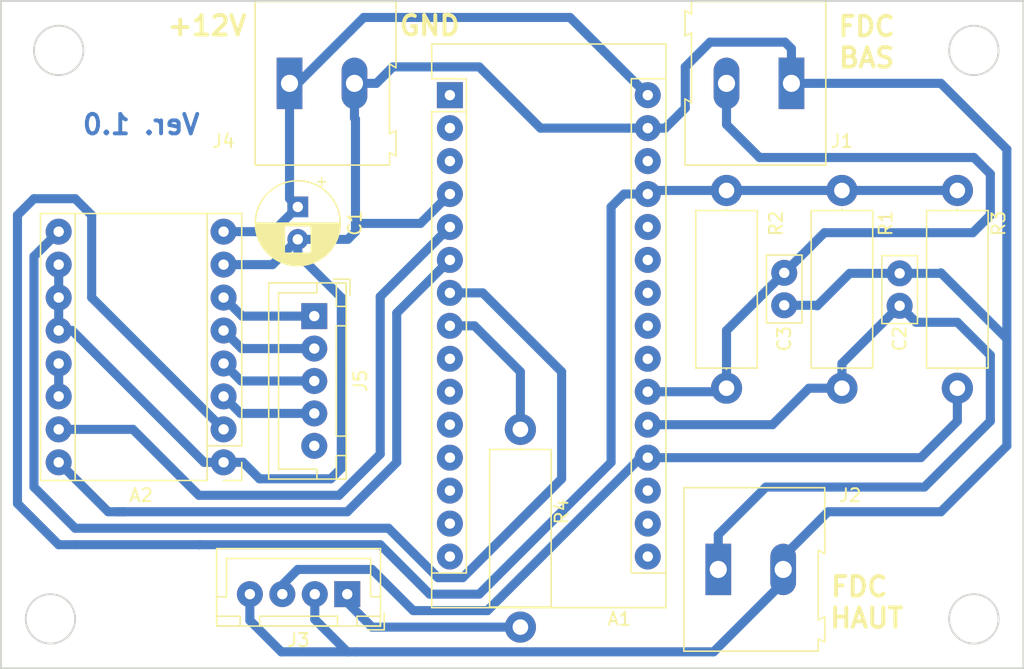
<source format=kicad_pcb>
(kicad_pcb (version 20171130) (host pcbnew "(5.0.2)-1")

  (general
    (thickness 1.6)
    (drawings 13)
    (tracks 161)
    (zones 0)
    (modules 14)
    (nets 37)
  )

  (page A4)
  (layers
    (0 F.Cu signal hide)
    (31 B.Cu signal hide)
    (32 B.Adhes user)
    (33 F.Adhes user)
    (34 B.Paste user hide)
    (35 F.Paste user hide)
    (36 B.SilkS user hide)
    (37 F.SilkS user)
    (38 B.Mask user)
    (39 F.Mask user)
    (40 Dwgs.User user)
    (41 Cmts.User user)
    (42 Eco1.User user)
    (43 Eco2.User user)
    (44 Edge.Cuts user)
    (45 Margin user hide)
    (46 B.CrtYd user hide)
    (47 F.CrtYd user hide)
    (48 B.Fab user hide)
    (49 F.Fab user hide)
  )

  (setup
    (last_trace_width 0.7)
    (trace_clearance 0.2)
    (zone_clearance 0.508)
    (zone_45_only no)
    (trace_min 0.2)
    (segment_width 0.2)
    (edge_width 0.15)
    (via_size 0.8)
    (via_drill 0.4)
    (via_min_size 0.4)
    (via_min_drill 0.3)
    (uvia_size 0.3)
    (uvia_drill 0.1)
    (uvias_allowed no)
    (uvia_min_size 0.2)
    (uvia_min_drill 0.1)
    (pcb_text_width 0.3)
    (pcb_text_size 1.5 1.5)
    (mod_edge_width 0.15)
    (mod_text_size 1 1)
    (mod_text_width 0.15)
    (pad_size 2 2)
    (pad_drill 0.8)
    (pad_to_mask_clearance 0.051)
    (solder_mask_min_width 0.25)
    (aux_axis_origin 0 0)
    (visible_elements 7FFFFFFF)
    (pcbplotparams
      (layerselection 0x010fc_ffffffff)
      (usegerberextensions false)
      (usegerberattributes false)
      (usegerberadvancedattributes false)
      (creategerberjobfile false)
      (excludeedgelayer true)
      (linewidth 0.100000)
      (plotframeref false)
      (viasonmask false)
      (mode 1)
      (useauxorigin false)
      (hpglpennumber 1)
      (hpglpenspeed 20)
      (hpglpendiameter 15.000000)
      (psnegative false)
      (psa4output false)
      (plotreference true)
      (plotvalue true)
      (plotinvisibletext false)
      (padsonsilk false)
      (subtractmaskfromsilk false)
      (outputformat 1)
      (mirror false)
      (drillshape 1)
      (scaleselection 1)
      (outputdirectory ""))
  )

  (net 0 "")
  (net 1 "Net-(A1-Pad1)")
  (net 2 "Net-(A1-Pad17)")
  (net 3 "Net-(A1-Pad2)")
  (net 4 "Net-(A1-Pad18)")
  (net 5 "Net-(A1-Pad3)")
  (net 6 GND)
  (net 7 "Net-(A1-Pad22)")
  (net 8 "Net-(A1-Pad23)")
  (net 9 "Net-(A1-Pad24)")
  (net 10 "Net-(A1-Pad25)")
  (net 11 "Net-(A1-Pad26)")
  (net 12 "Net-(A1-Pad11)")
  (net 13 +5V)
  (net 14 "Net-(A1-Pad12)")
  (net 15 "Net-(A1-Pad28)")
  (net 16 "Net-(A1-Pad13)")
  (net 17 "Net-(A1-Pad14)")
  (net 18 +12V)
  (net 19 "Net-(A1-Pad15)")
  (net 20 "Net-(A1-Pad16)")
  (net 21 1B)
  (net 22 1A)
  (net 23 2A)
  (net 24 "Net-(A2-Pad13)")
  (net 25 2B)
  (net 26 "Net-(J5-Pad5)")
  (net 27 "Net-(A1-Pad9)")
  (net 28 "Net-(A1-Pad10)")
  (net 29 "Net-(J3-Pad1)")
  (net 30 PhotoResistance)
  (net 31 FdcHaut)
  (net 32 Step)
  (net 33 FdcBas)
  (net 34 Dir.)
  (net 35 Enable)
  (net 36 LED)

  (net_class Default "Ceci est la Netclass par défaut."
    (clearance 0.2)
    (trace_width 0.7)
    (via_dia 0.8)
    (via_drill 0.4)
    (uvia_dia 0.3)
    (uvia_drill 0.1)
    (add_net +12V)
    (add_net +5V)
    (add_net 1A)
    (add_net 1B)
    (add_net 2A)
    (add_net 2B)
    (add_net Dir.)
    (add_net Enable)
    (add_net FdcBas)
    (add_net FdcHaut)
    (add_net GND)
    (add_net LED)
    (add_net "Net-(A1-Pad1)")
    (add_net "Net-(A1-Pad10)")
    (add_net "Net-(A1-Pad11)")
    (add_net "Net-(A1-Pad12)")
    (add_net "Net-(A1-Pad13)")
    (add_net "Net-(A1-Pad14)")
    (add_net "Net-(A1-Pad15)")
    (add_net "Net-(A1-Pad16)")
    (add_net "Net-(A1-Pad17)")
    (add_net "Net-(A1-Pad18)")
    (add_net "Net-(A1-Pad2)")
    (add_net "Net-(A1-Pad22)")
    (add_net "Net-(A1-Pad23)")
    (add_net "Net-(A1-Pad24)")
    (add_net "Net-(A1-Pad25)")
    (add_net "Net-(A1-Pad26)")
    (add_net "Net-(A1-Pad28)")
    (add_net "Net-(A1-Pad3)")
    (add_net "Net-(A1-Pad9)")
    (add_net "Net-(A2-Pad13)")
    (add_net "Net-(J3-Pad1)")
    (add_net "Net-(J5-Pad5)")
    (add_net PhotoResistance)
    (add_net Step)
  )

  (module Module:Arduino_Nano (layer F.Cu) (tedit 5CA4B534) (tstamp 5C87B4E4)
    (at 110.775001 59.965001)
    (descr "Arduino Nano, http://www.mouser.com/pdfdocs/Gravitech_Arduino_Nano3_0.pdf")
    (tags "Arduino Nano")
    (path /5C83E8FD)
    (fp_text reference A1 (at 13.049999 40.364999) (layer F.SilkS)
      (effects (font (size 1 1) (thickness 0.15)))
    )
    (fp_text value Arduino_Nano_v3.x (at 8.89 19.05 90) (layer F.Fab)
      (effects (font (size 1 1) (thickness 0.15)))
    )
    (fp_text user %R (at 6.35 19.05 90) (layer F.Fab)
      (effects (font (size 1 1) (thickness 0.15)))
    )
    (fp_line (start 1.27 1.27) (end 1.27 -1.27) (layer F.SilkS) (width 0.12))
    (fp_line (start 1.27 -1.27) (end -1.4 -1.27) (layer F.SilkS) (width 0.12))
    (fp_line (start -1.4 1.27) (end -1.4 39.5) (layer F.SilkS) (width 0.12))
    (fp_line (start -1.4 -3.94) (end -1.4 -1.27) (layer F.SilkS) (width 0.12))
    (fp_line (start 13.97 -1.27) (end 16.64 -1.27) (layer F.SilkS) (width 0.12))
    (fp_line (start 13.97 -1.27) (end 13.97 36.83) (layer F.SilkS) (width 0.12))
    (fp_line (start 13.97 36.83) (end 16.64 36.83) (layer F.SilkS) (width 0.12))
    (fp_line (start 1.27 1.27) (end -1.4 1.27) (layer F.SilkS) (width 0.12))
    (fp_line (start 1.27 1.27) (end 1.27 36.83) (layer F.SilkS) (width 0.12))
    (fp_line (start 1.27 36.83) (end -1.4 36.83) (layer F.SilkS) (width 0.12))
    (fp_line (start 3.81 31.75) (end 11.43 31.75) (layer F.Fab) (width 0.1))
    (fp_line (start 11.43 31.75) (end 11.43 41.91) (layer F.Fab) (width 0.1))
    (fp_line (start 11.43 41.91) (end 3.81 41.91) (layer F.Fab) (width 0.1))
    (fp_line (start 3.81 41.91) (end 3.81 31.75) (layer F.Fab) (width 0.1))
    (fp_line (start -1.4 39.5) (end 16.64 39.5) (layer F.SilkS) (width 0.12))
    (fp_line (start 16.64 39.5) (end 16.64 -3.94) (layer F.SilkS) (width 0.12))
    (fp_line (start 16.64 -3.94) (end -1.4 -3.94) (layer F.SilkS) (width 0.12))
    (fp_line (start 16.51 39.37) (end -1.27 39.37) (layer F.Fab) (width 0.1))
    (fp_line (start -1.27 39.37) (end -1.27 -2.54) (layer F.Fab) (width 0.1))
    (fp_line (start -1.27 -2.54) (end 0 -3.81) (layer F.Fab) (width 0.1))
    (fp_line (start 0 -3.81) (end 16.51 -3.81) (layer F.Fab) (width 0.1))
    (fp_line (start 16.51 -3.81) (end 16.51 39.37) (layer F.Fab) (width 0.1))
    (fp_line (start -1.53 -4.06) (end 16.75 -4.06) (layer F.CrtYd) (width 0.05))
    (fp_line (start -1.53 -4.06) (end -1.53 42.16) (layer F.CrtYd) (width 0.05))
    (fp_line (start 16.75 42.16) (end 16.75 -4.06) (layer F.CrtYd) (width 0.05))
    (fp_line (start 16.75 42.16) (end -1.53 42.16) (layer F.CrtYd) (width 0.05))
    (pad 1 thru_hole rect (at 0 0) (size 2 2) (drill 0.8) (layers *.Cu *.Mask)
      (net 1 "Net-(A1-Pad1)"))
    (pad 17 thru_hole oval (at 15.24 33.02) (size 2 2) (drill 0.8) (layers *.Cu *.Mask)
      (net 2 "Net-(A1-Pad17)"))
    (pad 2 thru_hole oval (at 0 2.54) (size 2 2) (drill 0.8) (layers *.Cu *.Mask)
      (net 3 "Net-(A1-Pad2)"))
    (pad 18 thru_hole oval (at 15.24 30.48) (size 2 2) (drill 0.8) (layers *.Cu *.Mask)
      (net 4 "Net-(A1-Pad18)"))
    (pad 3 thru_hole oval (at 0 5.08) (size 2 2) (drill 0.8) (layers *.Cu *.Mask)
      (net 5 "Net-(A1-Pad3)"))
    (pad 19 thru_hole oval (at 15.24 27.94) (size 2 2) (drill 0.8) (layers *.Cu *.Mask)
      (net 30 PhotoResistance))
    (pad 4 thru_hole oval (at 0 7.62) (size 2 2) (drill 0.8) (layers *.Cu *.Mask)
      (net 6 GND))
    (pad 20 thru_hole oval (at 15.24 25.4) (size 2 2) (drill 0.8) (layers *.Cu *.Mask)
      (net 31 FdcHaut))
    (pad 5 thru_hole oval (at 0 10.16) (size 2 2) (drill 0.8) (layers *.Cu *.Mask)
      (net 32 Step))
    (pad 21 thru_hole oval (at 15.24 22.86) (size 2 2) (drill 0.8) (layers *.Cu *.Mask)
      (net 33 FdcBas))
    (pad 6 thru_hole oval (at 0 12.7) (size 2 2) (drill 0.8) (layers *.Cu *.Mask)
      (net 34 Dir.))
    (pad 22 thru_hole oval (at 15.24 20.32) (size 2 2) (drill 0.8) (layers *.Cu *.Mask)
      (net 7 "Net-(A1-Pad22)"))
    (pad 7 thru_hole oval (at 0 15.24) (size 2 2) (drill 0.8) (layers *.Cu *.Mask)
      (net 35 Enable))
    (pad 23 thru_hole oval (at 15.24 17.78) (size 2 2) (drill 0.8) (layers *.Cu *.Mask)
      (net 8 "Net-(A1-Pad23)"))
    (pad 8 thru_hole oval (at 0 17.78) (size 2 2) (drill 0.8) (layers *.Cu *.Mask)
      (net 36 LED))
    (pad 24 thru_hole oval (at 15.24 15.24) (size 2 2) (drill 0.8) (layers *.Cu *.Mask)
      (net 9 "Net-(A1-Pad24)"))
    (pad 9 thru_hole oval (at 0 20.32) (size 2 2) (drill 0.8) (layers *.Cu *.Mask)
      (net 27 "Net-(A1-Pad9)"))
    (pad 25 thru_hole oval (at 15.24 12.7) (size 2 2) (drill 0.8) (layers *.Cu *.Mask)
      (net 10 "Net-(A1-Pad25)"))
    (pad 10 thru_hole oval (at 0 22.86) (size 2 2) (drill 0.8) (layers *.Cu *.Mask)
      (net 28 "Net-(A1-Pad10)"))
    (pad 26 thru_hole oval (at 15.24 10.16) (size 2 2) (drill 0.8) (layers *.Cu *.Mask)
      (net 11 "Net-(A1-Pad26)"))
    (pad 11 thru_hole oval (at 0 25.4) (size 2 2) (drill 0.8) (layers *.Cu *.Mask)
      (net 12 "Net-(A1-Pad11)"))
    (pad 27 thru_hole oval (at 15.24 7.62) (size 2 2) (drill 0.8) (layers *.Cu *.Mask)
      (net 13 +5V))
    (pad 12 thru_hole oval (at 0 27.94) (size 2 2) (drill 0.8) (layers *.Cu *.Mask)
      (net 14 "Net-(A1-Pad12)"))
    (pad 28 thru_hole oval (at 15.24 5.08) (size 2 2) (drill 0.8) (layers *.Cu *.Mask)
      (net 15 "Net-(A1-Pad28)"))
    (pad 13 thru_hole oval (at 0 30.48) (size 2 2) (drill 0.8) (layers *.Cu *.Mask)
      (net 16 "Net-(A1-Pad13)"))
    (pad 29 thru_hole oval (at 15.24 2.54) (size 2 2) (drill 0.8) (layers *.Cu *.Mask)
      (net 6 GND))
    (pad 14 thru_hole oval (at 0 33.02) (size 2 2) (drill 0.8) (layers *.Cu *.Mask)
      (net 17 "Net-(A1-Pad14)"))
    (pad 30 thru_hole oval (at 15.24 0) (size 2 2) (drill 0.8) (layers *.Cu *.Mask)
      (net 18 +12V))
    (pad 15 thru_hole oval (at 0 35.56) (size 2 2) (drill 0.8) (layers *.Cu *.Mask)
      (net 19 "Net-(A1-Pad15)"))
    (pad 16 thru_hole oval (at 15.24 35.56) (size 2 2) (drill 0.8) (layers *.Cu *.Mask)
      (net 20 "Net-(A1-Pad16)"))
    (model ${KISYS3DMOD}/Module.3dshapes/Arduino_Nano_WithMountingHoles.wrl
      (at (xyz 0 0 0))
      (scale (xyz 1 1 1))
      (rotate (xyz 0 0 0))
    )
  )

  (module Module:Pololu_Breakout-16_15.2x20.3mm (layer F.Cu) (tedit 58AB602C) (tstamp 5C87B50C)
    (at 93.345 88.265 180)
    (descr "Pololu Breakout 16-pin 15.2x20.3mm 0.6x0.8\\")
    (tags "Pololu Breakout")
    (path /5C83E9CD)
    (fp_text reference A2 (at 6.35 -2.54 180) (layer F.SilkS)
      (effects (font (size 1 1) (thickness 0.15)))
    )
    (fp_text value A4988 (at 6.35 20.17 180) (layer F.Fab)
      (effects (font (size 1 1) (thickness 0.15)))
    )
    (fp_text user %R (at 6.35 0 180) (layer F.Fab)
      (effects (font (size 1 1) (thickness 0.15)))
    )
    (fp_line (start 11.43 -1.4) (end 11.43 19.18) (layer F.SilkS) (width 0.12))
    (fp_line (start 1.27 1.27) (end 1.27 19.18) (layer F.SilkS) (width 0.12))
    (fp_line (start 0 -1.4) (end -1.4 -1.4) (layer F.SilkS) (width 0.12))
    (fp_line (start -1.4 -1.4) (end -1.4 0) (layer F.SilkS) (width 0.12))
    (fp_line (start 1.27 -1.4) (end 1.27 1.27) (layer F.SilkS) (width 0.12))
    (fp_line (start 1.27 1.27) (end -1.4 1.27) (layer F.SilkS) (width 0.12))
    (fp_line (start -1.4 1.27) (end -1.4 19.18) (layer F.SilkS) (width 0.12))
    (fp_line (start -1.4 19.18) (end 14.1 19.18) (layer F.SilkS) (width 0.12))
    (fp_line (start 14.1 19.18) (end 14.1 -1.4) (layer F.SilkS) (width 0.12))
    (fp_line (start 14.1 -1.4) (end 1.27 -1.4) (layer F.SilkS) (width 0.12))
    (fp_line (start -1.27 0) (end 0 -1.27) (layer F.Fab) (width 0.1))
    (fp_line (start 0 -1.27) (end 13.97 -1.27) (layer F.Fab) (width 0.1))
    (fp_line (start 13.97 -1.27) (end 13.97 19.05) (layer F.Fab) (width 0.1))
    (fp_line (start 13.97 19.05) (end -1.27 19.05) (layer F.Fab) (width 0.1))
    (fp_line (start -1.27 19.05) (end -1.27 0) (layer F.Fab) (width 0.1))
    (fp_line (start -1.53 -1.52) (end 14.21 -1.52) (layer F.CrtYd) (width 0.05))
    (fp_line (start -1.53 -1.52) (end -1.53 19.3) (layer F.CrtYd) (width 0.05))
    (fp_line (start 14.21 19.3) (end 14.21 -1.52) (layer F.CrtYd) (width 0.05))
    (fp_line (start 14.21 19.3) (end -1.53 19.3) (layer F.CrtYd) (width 0.05))
    (pad 1 thru_hole oval (at 0 0 180) (size 2 2) (drill 0.8) (layers *.Cu *.Mask)
      (net 6 GND))
    (pad 9 thru_hole oval (at 12.7 17.78 180) (size 2 2) (drill 0.8) (layers *.Cu *.Mask)
      (net 35 Enable))
    (pad 2 thru_hole oval (at 0 2.54 180) (size 2 2) (drill 0.8) (layers *.Cu *.Mask)
      (net 13 +5V))
    (pad 10 thru_hole oval (at 12.7 15.24 180) (size 2 2) (drill 0.8) (layers *.Cu *.Mask)
      (net 6 GND))
    (pad 3 thru_hole oval (at 0 5.08 180) (size 2 2) (drill 0.8) (layers *.Cu *.Mask)
      (net 21 1B))
    (pad 11 thru_hole oval (at 12.7 12.7 180) (size 2 2) (drill 0.8) (layers *.Cu *.Mask)
      (net 6 GND))
    (pad 4 thru_hole oval (at 0 7.62 180) (size 2 2) (drill 0.8) (layers *.Cu *.Mask)
      (net 23 2A))
    (pad 12 thru_hole oval (at 12.7 10.16 180) (size 2 2) (drill 0.8) (layers *.Cu *.Mask)
      (net 6 GND))
    (pad 5 thru_hole oval (at 0 10.16 180) (size 2 2) (drill 0.8) (layers *.Cu *.Mask)
      (net 22 1A))
    (pad 13 thru_hole oval (at 12.7 7.62 180) (size 2 2) (drill 0.8) (layers *.Cu *.Mask)
      (net 24 "Net-(A2-Pad13)"))
    (pad 6 thru_hole oval (at 0 12.7 180) (size 2 2) (drill 0.8) (layers *.Cu *.Mask)
      (net 25 2B))
    (pad 14 thru_hole oval (at 12.7 5.08 180) (size 2 2) (drill 0.8) (layers *.Cu *.Mask)
      (net 24 "Net-(A2-Pad13)"))
    (pad 7 thru_hole oval (at 0 15.24 180) (size 2 2) (drill 0.8) (layers *.Cu *.Mask)
      (net 6 GND))
    (pad 15 thru_hole oval (at 12.7 2.54 180) (size 2 2) (drill 0.8) (layers *.Cu *.Mask)
      (net 32 Step))
    (pad 8 thru_hole oval (at 0 17.78 180) (size 2 2) (drill 0.8) (layers *.Cu *.Mask)
      (net 18 +12V))
    (pad 16 thru_hole oval (at 12.7 0 180) (size 2 2) (drill 0.8) (layers *.Cu *.Mask)
      (net 34 Dir.))
    (model ${KISYS3DMOD}/Module.3dshapes/Pololu_Breakout-16_15.2x20.3mm.wrl
      (at (xyz 0 0 0))
      (scale (xyz 1 1 1))
      (rotate (xyz 0 0 0))
    )
  )

  (module Capacitor_THT:CP_Radial_D6.3mm_P2.50mm (layer F.Cu) (tedit 5AE50EF0) (tstamp 5C87B5A0)
    (at 99.06 68.58 270)
    (descr "CP, Radial series, Radial, pin pitch=2.50mm, , diameter=6.3mm, Electrolytic Capacitor")
    (tags "CP Radial series Radial pin pitch 2.50mm  diameter 6.3mm Electrolytic Capacitor")
    (path /5C8416D8)
    (fp_text reference C1 (at 1.25 -4.4 270) (layer F.SilkS)
      (effects (font (size 1 1) (thickness 0.15)))
    )
    (fp_text value "100uF 25V" (at 1.25 4.4 270) (layer F.Fab)
      (effects (font (size 1 1) (thickness 0.15)))
    )
    (fp_circle (center 1.25 0) (end 4.4 0) (layer F.Fab) (width 0.1))
    (fp_circle (center 1.25 0) (end 4.52 0) (layer F.SilkS) (width 0.12))
    (fp_circle (center 1.25 0) (end 4.65 0) (layer F.CrtYd) (width 0.05))
    (fp_line (start -1.443972 -1.3735) (end -0.813972 -1.3735) (layer F.Fab) (width 0.1))
    (fp_line (start -1.128972 -1.6885) (end -1.128972 -1.0585) (layer F.Fab) (width 0.1))
    (fp_line (start 1.25 -3.23) (end 1.25 3.23) (layer F.SilkS) (width 0.12))
    (fp_line (start 1.29 -3.23) (end 1.29 3.23) (layer F.SilkS) (width 0.12))
    (fp_line (start 1.33 -3.23) (end 1.33 3.23) (layer F.SilkS) (width 0.12))
    (fp_line (start 1.37 -3.228) (end 1.37 3.228) (layer F.SilkS) (width 0.12))
    (fp_line (start 1.41 -3.227) (end 1.41 3.227) (layer F.SilkS) (width 0.12))
    (fp_line (start 1.45 -3.224) (end 1.45 3.224) (layer F.SilkS) (width 0.12))
    (fp_line (start 1.49 -3.222) (end 1.49 -1.04) (layer F.SilkS) (width 0.12))
    (fp_line (start 1.49 1.04) (end 1.49 3.222) (layer F.SilkS) (width 0.12))
    (fp_line (start 1.53 -3.218) (end 1.53 -1.04) (layer F.SilkS) (width 0.12))
    (fp_line (start 1.53 1.04) (end 1.53 3.218) (layer F.SilkS) (width 0.12))
    (fp_line (start 1.57 -3.215) (end 1.57 -1.04) (layer F.SilkS) (width 0.12))
    (fp_line (start 1.57 1.04) (end 1.57 3.215) (layer F.SilkS) (width 0.12))
    (fp_line (start 1.61 -3.211) (end 1.61 -1.04) (layer F.SilkS) (width 0.12))
    (fp_line (start 1.61 1.04) (end 1.61 3.211) (layer F.SilkS) (width 0.12))
    (fp_line (start 1.65 -3.206) (end 1.65 -1.04) (layer F.SilkS) (width 0.12))
    (fp_line (start 1.65 1.04) (end 1.65 3.206) (layer F.SilkS) (width 0.12))
    (fp_line (start 1.69 -3.201) (end 1.69 -1.04) (layer F.SilkS) (width 0.12))
    (fp_line (start 1.69 1.04) (end 1.69 3.201) (layer F.SilkS) (width 0.12))
    (fp_line (start 1.73 -3.195) (end 1.73 -1.04) (layer F.SilkS) (width 0.12))
    (fp_line (start 1.73 1.04) (end 1.73 3.195) (layer F.SilkS) (width 0.12))
    (fp_line (start 1.77 -3.189) (end 1.77 -1.04) (layer F.SilkS) (width 0.12))
    (fp_line (start 1.77 1.04) (end 1.77 3.189) (layer F.SilkS) (width 0.12))
    (fp_line (start 1.81 -3.182) (end 1.81 -1.04) (layer F.SilkS) (width 0.12))
    (fp_line (start 1.81 1.04) (end 1.81 3.182) (layer F.SilkS) (width 0.12))
    (fp_line (start 1.85 -3.175) (end 1.85 -1.04) (layer F.SilkS) (width 0.12))
    (fp_line (start 1.85 1.04) (end 1.85 3.175) (layer F.SilkS) (width 0.12))
    (fp_line (start 1.89 -3.167) (end 1.89 -1.04) (layer F.SilkS) (width 0.12))
    (fp_line (start 1.89 1.04) (end 1.89 3.167) (layer F.SilkS) (width 0.12))
    (fp_line (start 1.93 -3.159) (end 1.93 -1.04) (layer F.SilkS) (width 0.12))
    (fp_line (start 1.93 1.04) (end 1.93 3.159) (layer F.SilkS) (width 0.12))
    (fp_line (start 1.971 -3.15) (end 1.971 -1.04) (layer F.SilkS) (width 0.12))
    (fp_line (start 1.971 1.04) (end 1.971 3.15) (layer F.SilkS) (width 0.12))
    (fp_line (start 2.011 -3.141) (end 2.011 -1.04) (layer F.SilkS) (width 0.12))
    (fp_line (start 2.011 1.04) (end 2.011 3.141) (layer F.SilkS) (width 0.12))
    (fp_line (start 2.051 -3.131) (end 2.051 -1.04) (layer F.SilkS) (width 0.12))
    (fp_line (start 2.051 1.04) (end 2.051 3.131) (layer F.SilkS) (width 0.12))
    (fp_line (start 2.091 -3.121) (end 2.091 -1.04) (layer F.SilkS) (width 0.12))
    (fp_line (start 2.091 1.04) (end 2.091 3.121) (layer F.SilkS) (width 0.12))
    (fp_line (start 2.131 -3.11) (end 2.131 -1.04) (layer F.SilkS) (width 0.12))
    (fp_line (start 2.131 1.04) (end 2.131 3.11) (layer F.SilkS) (width 0.12))
    (fp_line (start 2.171 -3.098) (end 2.171 -1.04) (layer F.SilkS) (width 0.12))
    (fp_line (start 2.171 1.04) (end 2.171 3.098) (layer F.SilkS) (width 0.12))
    (fp_line (start 2.211 -3.086) (end 2.211 -1.04) (layer F.SilkS) (width 0.12))
    (fp_line (start 2.211 1.04) (end 2.211 3.086) (layer F.SilkS) (width 0.12))
    (fp_line (start 2.251 -3.074) (end 2.251 -1.04) (layer F.SilkS) (width 0.12))
    (fp_line (start 2.251 1.04) (end 2.251 3.074) (layer F.SilkS) (width 0.12))
    (fp_line (start 2.291 -3.061) (end 2.291 -1.04) (layer F.SilkS) (width 0.12))
    (fp_line (start 2.291 1.04) (end 2.291 3.061) (layer F.SilkS) (width 0.12))
    (fp_line (start 2.331 -3.047) (end 2.331 -1.04) (layer F.SilkS) (width 0.12))
    (fp_line (start 2.331 1.04) (end 2.331 3.047) (layer F.SilkS) (width 0.12))
    (fp_line (start 2.371 -3.033) (end 2.371 -1.04) (layer F.SilkS) (width 0.12))
    (fp_line (start 2.371 1.04) (end 2.371 3.033) (layer F.SilkS) (width 0.12))
    (fp_line (start 2.411 -3.018) (end 2.411 -1.04) (layer F.SilkS) (width 0.12))
    (fp_line (start 2.411 1.04) (end 2.411 3.018) (layer F.SilkS) (width 0.12))
    (fp_line (start 2.451 -3.002) (end 2.451 -1.04) (layer F.SilkS) (width 0.12))
    (fp_line (start 2.451 1.04) (end 2.451 3.002) (layer F.SilkS) (width 0.12))
    (fp_line (start 2.491 -2.986) (end 2.491 -1.04) (layer F.SilkS) (width 0.12))
    (fp_line (start 2.491 1.04) (end 2.491 2.986) (layer F.SilkS) (width 0.12))
    (fp_line (start 2.531 -2.97) (end 2.531 -1.04) (layer F.SilkS) (width 0.12))
    (fp_line (start 2.531 1.04) (end 2.531 2.97) (layer F.SilkS) (width 0.12))
    (fp_line (start 2.571 -2.952) (end 2.571 -1.04) (layer F.SilkS) (width 0.12))
    (fp_line (start 2.571 1.04) (end 2.571 2.952) (layer F.SilkS) (width 0.12))
    (fp_line (start 2.611 -2.934) (end 2.611 -1.04) (layer F.SilkS) (width 0.12))
    (fp_line (start 2.611 1.04) (end 2.611 2.934) (layer F.SilkS) (width 0.12))
    (fp_line (start 2.651 -2.916) (end 2.651 -1.04) (layer F.SilkS) (width 0.12))
    (fp_line (start 2.651 1.04) (end 2.651 2.916) (layer F.SilkS) (width 0.12))
    (fp_line (start 2.691 -2.896) (end 2.691 -1.04) (layer F.SilkS) (width 0.12))
    (fp_line (start 2.691 1.04) (end 2.691 2.896) (layer F.SilkS) (width 0.12))
    (fp_line (start 2.731 -2.876) (end 2.731 -1.04) (layer F.SilkS) (width 0.12))
    (fp_line (start 2.731 1.04) (end 2.731 2.876) (layer F.SilkS) (width 0.12))
    (fp_line (start 2.771 -2.856) (end 2.771 -1.04) (layer F.SilkS) (width 0.12))
    (fp_line (start 2.771 1.04) (end 2.771 2.856) (layer F.SilkS) (width 0.12))
    (fp_line (start 2.811 -2.834) (end 2.811 -1.04) (layer F.SilkS) (width 0.12))
    (fp_line (start 2.811 1.04) (end 2.811 2.834) (layer F.SilkS) (width 0.12))
    (fp_line (start 2.851 -2.812) (end 2.851 -1.04) (layer F.SilkS) (width 0.12))
    (fp_line (start 2.851 1.04) (end 2.851 2.812) (layer F.SilkS) (width 0.12))
    (fp_line (start 2.891 -2.79) (end 2.891 -1.04) (layer F.SilkS) (width 0.12))
    (fp_line (start 2.891 1.04) (end 2.891 2.79) (layer F.SilkS) (width 0.12))
    (fp_line (start 2.931 -2.766) (end 2.931 -1.04) (layer F.SilkS) (width 0.12))
    (fp_line (start 2.931 1.04) (end 2.931 2.766) (layer F.SilkS) (width 0.12))
    (fp_line (start 2.971 -2.742) (end 2.971 -1.04) (layer F.SilkS) (width 0.12))
    (fp_line (start 2.971 1.04) (end 2.971 2.742) (layer F.SilkS) (width 0.12))
    (fp_line (start 3.011 -2.716) (end 3.011 -1.04) (layer F.SilkS) (width 0.12))
    (fp_line (start 3.011 1.04) (end 3.011 2.716) (layer F.SilkS) (width 0.12))
    (fp_line (start 3.051 -2.69) (end 3.051 -1.04) (layer F.SilkS) (width 0.12))
    (fp_line (start 3.051 1.04) (end 3.051 2.69) (layer F.SilkS) (width 0.12))
    (fp_line (start 3.091 -2.664) (end 3.091 -1.04) (layer F.SilkS) (width 0.12))
    (fp_line (start 3.091 1.04) (end 3.091 2.664) (layer F.SilkS) (width 0.12))
    (fp_line (start 3.131 -2.636) (end 3.131 -1.04) (layer F.SilkS) (width 0.12))
    (fp_line (start 3.131 1.04) (end 3.131 2.636) (layer F.SilkS) (width 0.12))
    (fp_line (start 3.171 -2.607) (end 3.171 -1.04) (layer F.SilkS) (width 0.12))
    (fp_line (start 3.171 1.04) (end 3.171 2.607) (layer F.SilkS) (width 0.12))
    (fp_line (start 3.211 -2.578) (end 3.211 -1.04) (layer F.SilkS) (width 0.12))
    (fp_line (start 3.211 1.04) (end 3.211 2.578) (layer F.SilkS) (width 0.12))
    (fp_line (start 3.251 -2.548) (end 3.251 -1.04) (layer F.SilkS) (width 0.12))
    (fp_line (start 3.251 1.04) (end 3.251 2.548) (layer F.SilkS) (width 0.12))
    (fp_line (start 3.291 -2.516) (end 3.291 -1.04) (layer F.SilkS) (width 0.12))
    (fp_line (start 3.291 1.04) (end 3.291 2.516) (layer F.SilkS) (width 0.12))
    (fp_line (start 3.331 -2.484) (end 3.331 -1.04) (layer F.SilkS) (width 0.12))
    (fp_line (start 3.331 1.04) (end 3.331 2.484) (layer F.SilkS) (width 0.12))
    (fp_line (start 3.371 -2.45) (end 3.371 -1.04) (layer F.SilkS) (width 0.12))
    (fp_line (start 3.371 1.04) (end 3.371 2.45) (layer F.SilkS) (width 0.12))
    (fp_line (start 3.411 -2.416) (end 3.411 -1.04) (layer F.SilkS) (width 0.12))
    (fp_line (start 3.411 1.04) (end 3.411 2.416) (layer F.SilkS) (width 0.12))
    (fp_line (start 3.451 -2.38) (end 3.451 -1.04) (layer F.SilkS) (width 0.12))
    (fp_line (start 3.451 1.04) (end 3.451 2.38) (layer F.SilkS) (width 0.12))
    (fp_line (start 3.491 -2.343) (end 3.491 -1.04) (layer F.SilkS) (width 0.12))
    (fp_line (start 3.491 1.04) (end 3.491 2.343) (layer F.SilkS) (width 0.12))
    (fp_line (start 3.531 -2.305) (end 3.531 -1.04) (layer F.SilkS) (width 0.12))
    (fp_line (start 3.531 1.04) (end 3.531 2.305) (layer F.SilkS) (width 0.12))
    (fp_line (start 3.571 -2.265) (end 3.571 2.265) (layer F.SilkS) (width 0.12))
    (fp_line (start 3.611 -2.224) (end 3.611 2.224) (layer F.SilkS) (width 0.12))
    (fp_line (start 3.651 -2.182) (end 3.651 2.182) (layer F.SilkS) (width 0.12))
    (fp_line (start 3.691 -2.137) (end 3.691 2.137) (layer F.SilkS) (width 0.12))
    (fp_line (start 3.731 -2.092) (end 3.731 2.092) (layer F.SilkS) (width 0.12))
    (fp_line (start 3.771 -2.044) (end 3.771 2.044) (layer F.SilkS) (width 0.12))
    (fp_line (start 3.811 -1.995) (end 3.811 1.995) (layer F.SilkS) (width 0.12))
    (fp_line (start 3.851 -1.944) (end 3.851 1.944) (layer F.SilkS) (width 0.12))
    (fp_line (start 3.891 -1.89) (end 3.891 1.89) (layer F.SilkS) (width 0.12))
    (fp_line (start 3.931 -1.834) (end 3.931 1.834) (layer F.SilkS) (width 0.12))
    (fp_line (start 3.971 -1.776) (end 3.971 1.776) (layer F.SilkS) (width 0.12))
    (fp_line (start 4.011 -1.714) (end 4.011 1.714) (layer F.SilkS) (width 0.12))
    (fp_line (start 4.051 -1.65) (end 4.051 1.65) (layer F.SilkS) (width 0.12))
    (fp_line (start 4.091 -1.581) (end 4.091 1.581) (layer F.SilkS) (width 0.12))
    (fp_line (start 4.131 -1.509) (end 4.131 1.509) (layer F.SilkS) (width 0.12))
    (fp_line (start 4.171 -1.432) (end 4.171 1.432) (layer F.SilkS) (width 0.12))
    (fp_line (start 4.211 -1.35) (end 4.211 1.35) (layer F.SilkS) (width 0.12))
    (fp_line (start 4.251 -1.262) (end 4.251 1.262) (layer F.SilkS) (width 0.12))
    (fp_line (start 4.291 -1.165) (end 4.291 1.165) (layer F.SilkS) (width 0.12))
    (fp_line (start 4.331 -1.059) (end 4.331 1.059) (layer F.SilkS) (width 0.12))
    (fp_line (start 4.371 -0.94) (end 4.371 0.94) (layer F.SilkS) (width 0.12))
    (fp_line (start 4.411 -0.802) (end 4.411 0.802) (layer F.SilkS) (width 0.12))
    (fp_line (start 4.451 -0.633) (end 4.451 0.633) (layer F.SilkS) (width 0.12))
    (fp_line (start 4.491 -0.402) (end 4.491 0.402) (layer F.SilkS) (width 0.12))
    (fp_line (start -2.250241 -1.839) (end -1.620241 -1.839) (layer F.SilkS) (width 0.12))
    (fp_line (start -1.935241 -2.154) (end -1.935241 -1.524) (layer F.SilkS) (width 0.12))
    (fp_text user %R (at 1.25 0 270) (layer F.Fab)
      (effects (font (size 1 1) (thickness 0.15)))
    )
    (pad 1 thru_hole rect (at 0 0 270) (size 1.6 1.6) (drill 0.8) (layers *.Cu *.Mask)
      (net 18 +12V))
    (pad 2 thru_hole circle (at 2.5 0 270) (size 1.6 1.6) (drill 0.8) (layers *.Cu *.Mask)
      (net 6 GND))
    (model ${KISYS3DMOD}/Capacitor_THT.3dshapes/CP_Radial_D6.3mm_P2.50mm.wrl
      (at (xyz 0 0 0))
      (scale (xyz 1 1 1))
      (rotate (xyz 0 0 0))
    )
  )

  (module Capacitor_THT:C_Disc_D5.0mm_W2.5mm_P2.50mm (layer F.Cu) (tedit 5AE50EF0) (tstamp 5C87DC0C)
    (at 145.415 76.2 90)
    (descr "C, Disc series, Radial, pin pitch=2.50mm, , diameter*width=5*2.5mm^2, Capacitor, http://cdn-reichelt.de/documents/datenblatt/B300/DS_KERKO_TC.pdf")
    (tags "C Disc series Radial pin pitch 2.50mm  diameter 5mm width 2.5mm Capacitor")
    (path /5C857229)
    (fp_text reference C2 (at -2.54 0 90) (layer F.SilkS)
      (effects (font (size 1 1) (thickness 0.15)))
    )
    (fp_text value 10nF (at 1.25 2.5 90) (layer F.Fab)
      (effects (font (size 1 1) (thickness 0.15)))
    )
    (fp_line (start -1.25 -1.25) (end -1.25 1.25) (layer F.Fab) (width 0.1))
    (fp_line (start -1.25 1.25) (end 3.75 1.25) (layer F.Fab) (width 0.1))
    (fp_line (start 3.75 1.25) (end 3.75 -1.25) (layer F.Fab) (width 0.1))
    (fp_line (start 3.75 -1.25) (end -1.25 -1.25) (layer F.Fab) (width 0.1))
    (fp_line (start -1.37 -1.37) (end 3.87 -1.37) (layer F.SilkS) (width 0.12))
    (fp_line (start -1.37 1.37) (end 3.87 1.37) (layer F.SilkS) (width 0.12))
    (fp_line (start -1.37 -1.37) (end -1.37 1.37) (layer F.SilkS) (width 0.12))
    (fp_line (start 3.87 -1.37) (end 3.87 1.37) (layer F.SilkS) (width 0.12))
    (fp_line (start -1.5 -1.5) (end -1.5 1.5) (layer F.CrtYd) (width 0.05))
    (fp_line (start -1.5 1.5) (end 4 1.5) (layer F.CrtYd) (width 0.05))
    (fp_line (start 4 1.5) (end 4 -1.5) (layer F.CrtYd) (width 0.05))
    (fp_line (start 4 -1.5) (end -1.5 -1.5) (layer F.CrtYd) (width 0.05))
    (fp_text user %R (at 2.54 0 90) (layer F.Fab)
      (effects (font (size 1 1) (thickness 0.15)))
    )
    (pad 1 thru_hole oval (at 0 0 90) (size 2 2) (drill 0.8) (layers *.Cu *.Mask)
      (net 31 FdcHaut))
    (pad 2 thru_hole oval (at 2.5 0 90) (size 2 2) (drill 0.8) (layers *.Cu *.Mask)
      (net 6 GND))
    (model ${KISYS3DMOD}/Capacitor_THT.3dshapes/C_Disc_D5.0mm_W2.5mm_P2.50mm.wrl
      (at (xyz 0 0 0))
      (scale (xyz 1 1 1))
      (rotate (xyz 0 0 0))
    )
  )

  (module Capacitor_THT:C_Disc_D5.0mm_W2.5mm_P2.50mm (layer F.Cu) (tedit 5AE50EF0) (tstamp 5C87E49A)
    (at 136.525 73.66 270)
    (descr "C, Disc series, Radial, pin pitch=2.50mm, , diameter*width=5*2.5mm^2, Capacitor, http://cdn-reichelt.de/documents/datenblatt/B300/DS_KERKO_TC.pdf")
    (tags "C Disc series Radial pin pitch 2.50mm  diameter 5mm width 2.5mm Capacitor")
    (path /5C8563BC)
    (fp_text reference C3 (at 5.08 0 270) (layer F.SilkS)
      (effects (font (size 1 1) (thickness 0.15)))
    )
    (fp_text value 10nF (at 1.25 2.5 270) (layer F.Fab)
      (effects (font (size 1 1) (thickness 0.15)))
    )
    (fp_text user %R (at 1.25 0 270) (layer F.Fab)
      (effects (font (size 1 1) (thickness 0.15)))
    )
    (fp_line (start 4 -1.5) (end -1.5 -1.5) (layer F.CrtYd) (width 0.05))
    (fp_line (start 4 1.5) (end 4 -1.5) (layer F.CrtYd) (width 0.05))
    (fp_line (start -1.5 1.5) (end 4 1.5) (layer F.CrtYd) (width 0.05))
    (fp_line (start -1.5 -1.5) (end -1.5 1.5) (layer F.CrtYd) (width 0.05))
    (fp_line (start 3.87 -1.37) (end 3.87 1.37) (layer F.SilkS) (width 0.12))
    (fp_line (start -1.37 -1.37) (end -1.37 1.37) (layer F.SilkS) (width 0.12))
    (fp_line (start -1.37 1.37) (end 3.87 1.37) (layer F.SilkS) (width 0.12))
    (fp_line (start -1.37 -1.37) (end 3.87 -1.37) (layer F.SilkS) (width 0.12))
    (fp_line (start 3.75 -1.25) (end -1.25 -1.25) (layer F.Fab) (width 0.1))
    (fp_line (start 3.75 1.25) (end 3.75 -1.25) (layer F.Fab) (width 0.1))
    (fp_line (start -1.25 1.25) (end 3.75 1.25) (layer F.Fab) (width 0.1))
    (fp_line (start -1.25 -1.25) (end -1.25 1.25) (layer F.Fab) (width 0.1))
    (pad 2 thru_hole oval (at 2.5 0 270) (size 2 2) (drill 0.8) (layers *.Cu *.Mask)
      (net 6 GND))
    (pad 1 thru_hole oval (at 0 0 270) (size 2 2) (drill 0.8) (layers *.Cu *.Mask)
      (net 33 FdcBas))
    (model ${KISYS3DMOD}/Capacitor_THT.3dshapes/C_Disc_D5.0mm_W2.5mm_P2.50mm.wrl
      (at (xyz 0 0 0))
      (scale (xyz 1 1 1))
      (rotate (xyz 0 0 0))
    )
  )

  (module TerminalBlock:TerminalBlock_Altech_AK300-2_P5.00mm (layer F.Cu) (tedit 59FF0306) (tstamp 5C87B62D)
    (at 137.08 59.055 180)
    (descr "Altech AK300 terminal block, pitch 5.0mm, 45 degree angled, see http://www.mouser.com/ds/2/16/PCBMETRC-24178.pdf")
    (tags "Altech AK300 terminal block pitch 5.0mm")
    (path /5C8563B5)
    (fp_text reference J1 (at -3.89 -4.445 180) (layer F.SilkS)
      (effects (font (size 1 1) (thickness 0.15)))
    )
    (fp_text value FdcBas (at 2.78 7.75 180) (layer F.Fab)
      (effects (font (size 1 1) (thickness 0.15)))
    )
    (fp_text user %R (at 2.5 -2 180) (layer F.Fab)
      (effects (font (size 1 1) (thickness 0.15)))
    )
    (fp_line (start -2.65 -6.3) (end -2.65 6.3) (layer F.SilkS) (width 0.12))
    (fp_line (start -2.65 6.3) (end 7.7 6.3) (layer F.SilkS) (width 0.12))
    (fp_line (start 7.7 6.3) (end 7.7 5.35) (layer F.SilkS) (width 0.12))
    (fp_line (start 7.7 5.35) (end 8.2 5.6) (layer F.SilkS) (width 0.12))
    (fp_line (start 8.2 5.6) (end 8.2 3.7) (layer F.SilkS) (width 0.12))
    (fp_line (start 8.2 3.7) (end 8.2 3.65) (layer F.SilkS) (width 0.12))
    (fp_line (start 8.2 3.65) (end 7.7 3.9) (layer F.SilkS) (width 0.12))
    (fp_line (start 7.7 3.9) (end 7.7 -1.5) (layer F.SilkS) (width 0.12))
    (fp_line (start 7.7 -1.5) (end 8.2 -1.2) (layer F.SilkS) (width 0.12))
    (fp_line (start 8.2 -1.2) (end 8.2 -6.3) (layer F.SilkS) (width 0.12))
    (fp_line (start 8.2 -6.3) (end -2.65 -6.3) (layer F.SilkS) (width 0.12))
    (fp_line (start -1.26 2.54) (end 1.28 2.54) (layer F.Fab) (width 0.1))
    (fp_line (start 1.28 2.54) (end 1.28 -0.25) (layer F.Fab) (width 0.1))
    (fp_line (start -1.26 -0.25) (end 1.28 -0.25) (layer F.Fab) (width 0.1))
    (fp_line (start -1.26 2.54) (end -1.26 -0.25) (layer F.Fab) (width 0.1))
    (fp_line (start 3.74 2.54) (end 6.28 2.54) (layer F.Fab) (width 0.1))
    (fp_line (start 6.28 2.54) (end 6.28 -0.25) (layer F.Fab) (width 0.1))
    (fp_line (start 3.74 -0.25) (end 6.28 -0.25) (layer F.Fab) (width 0.1))
    (fp_line (start 3.74 2.54) (end 3.74 -0.25) (layer F.Fab) (width 0.1))
    (fp_line (start 7.61 -6.22) (end 7.61 -3.17) (layer F.Fab) (width 0.1))
    (fp_line (start 7.61 -6.22) (end -2.58 -6.22) (layer F.Fab) (width 0.1))
    (fp_line (start 7.61 -6.22) (end 8.11 -6.22) (layer F.Fab) (width 0.1))
    (fp_line (start 8.11 -6.22) (end 8.11 -1.4) (layer F.Fab) (width 0.1))
    (fp_line (start 8.11 -1.4) (end 7.61 -1.65) (layer F.Fab) (width 0.1))
    (fp_line (start 8.11 5.46) (end 7.61 5.21) (layer F.Fab) (width 0.1))
    (fp_line (start 7.61 5.21) (end 7.61 6.22) (layer F.Fab) (width 0.1))
    (fp_line (start 8.11 3.81) (end 7.61 4.06) (layer F.Fab) (width 0.1))
    (fp_line (start 7.61 4.06) (end 7.61 5.21) (layer F.Fab) (width 0.1))
    (fp_line (start 8.11 3.81) (end 8.11 5.46) (layer F.Fab) (width 0.1))
    (fp_line (start 2.98 6.22) (end 2.98 4.32) (layer F.Fab) (width 0.1))
    (fp_line (start 7.05 -0.25) (end 7.05 4.32) (layer F.Fab) (width 0.1))
    (fp_line (start 2.98 6.22) (end 7.05 6.22) (layer F.Fab) (width 0.1))
    (fp_line (start 7.05 6.22) (end 7.61 6.22) (layer F.Fab) (width 0.1))
    (fp_line (start 2.04 6.22) (end 2.04 4.32) (layer F.Fab) (width 0.1))
    (fp_line (start 2.04 6.22) (end 2.98 6.22) (layer F.Fab) (width 0.1))
    (fp_line (start -2.02 -0.25) (end -2.02 4.32) (layer F.Fab) (width 0.1))
    (fp_line (start -2.58 6.22) (end -2.02 6.22) (layer F.Fab) (width 0.1))
    (fp_line (start -2.02 6.22) (end 2.04 6.22) (layer F.Fab) (width 0.1))
    (fp_line (start 2.98 4.32) (end 7.05 4.32) (layer F.Fab) (width 0.1))
    (fp_line (start 2.98 4.32) (end 2.98 -0.25) (layer F.Fab) (width 0.1))
    (fp_line (start 7.05 4.32) (end 7.05 6.22) (layer F.Fab) (width 0.1))
    (fp_line (start 2.04 4.32) (end -2.02 4.32) (layer F.Fab) (width 0.1))
    (fp_line (start 2.04 4.32) (end 2.04 -0.25) (layer F.Fab) (width 0.1))
    (fp_line (start -2.02 4.32) (end -2.02 6.22) (layer F.Fab) (width 0.1))
    (fp_line (start 6.67 3.68) (end 6.67 0.51) (layer F.Fab) (width 0.1))
    (fp_line (start 6.67 3.68) (end 3.36 3.68) (layer F.Fab) (width 0.1))
    (fp_line (start 3.36 3.68) (end 3.36 0.51) (layer F.Fab) (width 0.1))
    (fp_line (start 1.66 3.68) (end 1.66 0.51) (layer F.Fab) (width 0.1))
    (fp_line (start 1.66 3.68) (end -1.64 3.68) (layer F.Fab) (width 0.1))
    (fp_line (start -1.64 3.68) (end -1.64 0.51) (layer F.Fab) (width 0.1))
    (fp_line (start -1.64 0.51) (end -1.26 0.51) (layer F.Fab) (width 0.1))
    (fp_line (start 1.66 0.51) (end 1.28 0.51) (layer F.Fab) (width 0.1))
    (fp_line (start 3.36 0.51) (end 3.74 0.51) (layer F.Fab) (width 0.1))
    (fp_line (start 6.67 0.51) (end 6.28 0.51) (layer F.Fab) (width 0.1))
    (fp_line (start -2.58 6.22) (end -2.58 -0.64) (layer F.Fab) (width 0.1))
    (fp_line (start -2.58 -0.64) (end -2.58 -3.17) (layer F.Fab) (width 0.1))
    (fp_line (start 7.61 -1.65) (end 7.61 -0.64) (layer F.Fab) (width 0.1))
    (fp_line (start 7.61 -0.64) (end 7.61 4.06) (layer F.Fab) (width 0.1))
    (fp_line (start -2.58 -3.17) (end 7.61 -3.17) (layer F.Fab) (width 0.1))
    (fp_line (start -2.58 -3.17) (end -2.58 -6.22) (layer F.Fab) (width 0.1))
    (fp_line (start 7.61 -3.17) (end 7.61 -1.65) (layer F.Fab) (width 0.1))
    (fp_line (start 2.98 -3.43) (end 2.98 -5.97) (layer F.Fab) (width 0.1))
    (fp_line (start 2.98 -5.97) (end 7.05 -5.97) (layer F.Fab) (width 0.1))
    (fp_line (start 7.05 -5.97) (end 7.05 -3.43) (layer F.Fab) (width 0.1))
    (fp_line (start 7.05 -3.43) (end 2.98 -3.43) (layer F.Fab) (width 0.1))
    (fp_line (start 2.04 -3.43) (end 2.04 -5.97) (layer F.Fab) (width 0.1))
    (fp_line (start 2.04 -3.43) (end -2.02 -3.43) (layer F.Fab) (width 0.1))
    (fp_line (start -2.02 -3.43) (end -2.02 -5.97) (layer F.Fab) (width 0.1))
    (fp_line (start 2.04 -5.97) (end -2.02 -5.97) (layer F.Fab) (width 0.1))
    (fp_line (start 3.39 -4.45) (end 6.44 -5.08) (layer F.Fab) (width 0.1))
    (fp_line (start 3.52 -4.32) (end 6.56 -4.95) (layer F.Fab) (width 0.1))
    (fp_line (start -1.62 -4.45) (end 1.44 -5.08) (layer F.Fab) (width 0.1))
    (fp_line (start -1.49 -4.32) (end 1.56 -4.95) (layer F.Fab) (width 0.1))
    (fp_line (start -2.02 -0.25) (end -1.64 -0.25) (layer F.Fab) (width 0.1))
    (fp_line (start 2.04 -0.25) (end 1.66 -0.25) (layer F.Fab) (width 0.1))
    (fp_line (start 1.66 -0.25) (end -1.64 -0.25) (layer F.Fab) (width 0.1))
    (fp_line (start -2.58 -0.64) (end -1.64 -0.64) (layer F.Fab) (width 0.1))
    (fp_line (start -1.64 -0.64) (end 1.66 -0.64) (layer F.Fab) (width 0.1))
    (fp_line (start 1.66 -0.64) (end 3.36 -0.64) (layer F.Fab) (width 0.1))
    (fp_line (start 7.61 -0.64) (end 6.67 -0.64) (layer F.Fab) (width 0.1))
    (fp_line (start 6.67 -0.64) (end 3.36 -0.64) (layer F.Fab) (width 0.1))
    (fp_line (start 7.05 -0.25) (end 6.67 -0.25) (layer F.Fab) (width 0.1))
    (fp_line (start 2.98 -0.25) (end 3.36 -0.25) (layer F.Fab) (width 0.1))
    (fp_line (start 3.36 -0.25) (end 6.67 -0.25) (layer F.Fab) (width 0.1))
    (fp_line (start -2.83 -6.47) (end 8.36 -6.47) (layer F.CrtYd) (width 0.05))
    (fp_line (start -2.83 -6.47) (end -2.83 6.47) (layer F.CrtYd) (width 0.05))
    (fp_line (start 8.36 6.47) (end 8.36 -6.47) (layer F.CrtYd) (width 0.05))
    (fp_line (start 8.36 6.47) (end -2.83 6.47) (layer F.CrtYd) (width 0.05))
    (fp_arc (start 6.03 -4.59) (end 6.54 -5.05) (angle 90.5) (layer F.Fab) (width 0.1))
    (fp_arc (start 5.07 -6.07) (end 6.53 -4.12) (angle 75.5) (layer F.Fab) (width 0.1))
    (fp_arc (start 4.99 -3.71) (end 3.39 -5) (angle 100) (layer F.Fab) (width 0.1))
    (fp_arc (start 3.87 -4.65) (end 3.58 -4.13) (angle 104.2) (layer F.Fab) (width 0.1))
    (fp_arc (start 1.03 -4.59) (end 1.53 -5.05) (angle 90.5) (layer F.Fab) (width 0.1))
    (fp_arc (start 0.06 -6.07) (end 1.53 -4.12) (angle 75.5) (layer F.Fab) (width 0.1))
    (fp_arc (start -0.01 -3.71) (end -1.62 -5) (angle 100) (layer F.Fab) (width 0.1))
    (fp_arc (start -1.13 -4.65) (end -1.42 -4.13) (angle 104.2) (layer F.Fab) (width 0.1))
    (pad 1 thru_hole rect (at 0 0 180) (size 1.98 3.96) (drill 1.32) (layers *.Cu *.Mask)
      (net 6 GND))
    (pad 2 thru_hole oval (at 5 0 180) (size 1.98 3.96) (drill 1.32) (layers *.Cu *.Mask)
      (net 33 FdcBas))
    (model ${KISYS3DMOD}/TerminalBlock.3dshapes/TerminalBlock_Altech_AK300-2_P5.00mm.wrl
      (at (xyz 0 0 0))
      (scale (xyz 1 1 1))
      (rotate (xyz 0 0 0))
    )
  )

  (module TerminalBlock:TerminalBlock_Altech_AK300-2_P5.00mm (layer F.Cu) (tedit 59FF0306) (tstamp 5C87B694)
    (at 131.445 96.52)
    (descr "Altech AK300 terminal block, pitch 5.0mm, 45 degree angled, see http://www.mouser.com/ds/2/16/PCBMETRC-24178.pdf")
    (tags "Altech AK300 terminal block pitch 5.0mm")
    (path /5C83EB57)
    (fp_text reference J2 (at 10.16 -5.715) (layer F.SilkS)
      (effects (font (size 1 1) (thickness 0.15)))
    )
    (fp_text value FdcHaut (at 2.78 7.75) (layer F.Fab)
      (effects (font (size 1 1) (thickness 0.15)))
    )
    (fp_arc (start -1.13 -4.65) (end -1.42 -4.13) (angle 104.2) (layer F.Fab) (width 0.1))
    (fp_arc (start -0.01 -3.71) (end -1.62 -5) (angle 100) (layer F.Fab) (width 0.1))
    (fp_arc (start 0.06 -6.07) (end 1.53 -4.12) (angle 75.5) (layer F.Fab) (width 0.1))
    (fp_arc (start 1.03 -4.59) (end 1.53 -5.05) (angle 90.5) (layer F.Fab) (width 0.1))
    (fp_arc (start 3.87 -4.65) (end 3.58 -4.13) (angle 104.2) (layer F.Fab) (width 0.1))
    (fp_arc (start 4.99 -3.71) (end 3.39 -5) (angle 100) (layer F.Fab) (width 0.1))
    (fp_arc (start 5.07 -6.07) (end 6.53 -4.12) (angle 75.5) (layer F.Fab) (width 0.1))
    (fp_arc (start 6.03 -4.59) (end 6.54 -5.05) (angle 90.5) (layer F.Fab) (width 0.1))
    (fp_line (start 8.36 6.47) (end -2.83 6.47) (layer F.CrtYd) (width 0.05))
    (fp_line (start 8.36 6.47) (end 8.36 -6.47) (layer F.CrtYd) (width 0.05))
    (fp_line (start -2.83 -6.47) (end -2.83 6.47) (layer F.CrtYd) (width 0.05))
    (fp_line (start -2.83 -6.47) (end 8.36 -6.47) (layer F.CrtYd) (width 0.05))
    (fp_line (start 3.36 -0.25) (end 6.67 -0.25) (layer F.Fab) (width 0.1))
    (fp_line (start 2.98 -0.25) (end 3.36 -0.25) (layer F.Fab) (width 0.1))
    (fp_line (start 7.05 -0.25) (end 6.67 -0.25) (layer F.Fab) (width 0.1))
    (fp_line (start 6.67 -0.64) (end 3.36 -0.64) (layer F.Fab) (width 0.1))
    (fp_line (start 7.61 -0.64) (end 6.67 -0.64) (layer F.Fab) (width 0.1))
    (fp_line (start 1.66 -0.64) (end 3.36 -0.64) (layer F.Fab) (width 0.1))
    (fp_line (start -1.64 -0.64) (end 1.66 -0.64) (layer F.Fab) (width 0.1))
    (fp_line (start -2.58 -0.64) (end -1.64 -0.64) (layer F.Fab) (width 0.1))
    (fp_line (start 1.66 -0.25) (end -1.64 -0.25) (layer F.Fab) (width 0.1))
    (fp_line (start 2.04 -0.25) (end 1.66 -0.25) (layer F.Fab) (width 0.1))
    (fp_line (start -2.02 -0.25) (end -1.64 -0.25) (layer F.Fab) (width 0.1))
    (fp_line (start -1.49 -4.32) (end 1.56 -4.95) (layer F.Fab) (width 0.1))
    (fp_line (start -1.62 -4.45) (end 1.44 -5.08) (layer F.Fab) (width 0.1))
    (fp_line (start 3.52 -4.32) (end 6.56 -4.95) (layer F.Fab) (width 0.1))
    (fp_line (start 3.39 -4.45) (end 6.44 -5.08) (layer F.Fab) (width 0.1))
    (fp_line (start 2.04 -5.97) (end -2.02 -5.97) (layer F.Fab) (width 0.1))
    (fp_line (start -2.02 -3.43) (end -2.02 -5.97) (layer F.Fab) (width 0.1))
    (fp_line (start 2.04 -3.43) (end -2.02 -3.43) (layer F.Fab) (width 0.1))
    (fp_line (start 2.04 -3.43) (end 2.04 -5.97) (layer F.Fab) (width 0.1))
    (fp_line (start 7.05 -3.43) (end 2.98 -3.43) (layer F.Fab) (width 0.1))
    (fp_line (start 7.05 -5.97) (end 7.05 -3.43) (layer F.Fab) (width 0.1))
    (fp_line (start 2.98 -5.97) (end 7.05 -5.97) (layer F.Fab) (width 0.1))
    (fp_line (start 2.98 -3.43) (end 2.98 -5.97) (layer F.Fab) (width 0.1))
    (fp_line (start 7.61 -3.17) (end 7.61 -1.65) (layer F.Fab) (width 0.1))
    (fp_line (start -2.58 -3.17) (end -2.58 -6.22) (layer F.Fab) (width 0.1))
    (fp_line (start -2.58 -3.17) (end 7.61 -3.17) (layer F.Fab) (width 0.1))
    (fp_line (start 7.61 -0.64) (end 7.61 4.06) (layer F.Fab) (width 0.1))
    (fp_line (start 7.61 -1.65) (end 7.61 -0.64) (layer F.Fab) (width 0.1))
    (fp_line (start -2.58 -0.64) (end -2.58 -3.17) (layer F.Fab) (width 0.1))
    (fp_line (start -2.58 6.22) (end -2.58 -0.64) (layer F.Fab) (width 0.1))
    (fp_line (start 6.67 0.51) (end 6.28 0.51) (layer F.Fab) (width 0.1))
    (fp_line (start 3.36 0.51) (end 3.74 0.51) (layer F.Fab) (width 0.1))
    (fp_line (start 1.66 0.51) (end 1.28 0.51) (layer F.Fab) (width 0.1))
    (fp_line (start -1.64 0.51) (end -1.26 0.51) (layer F.Fab) (width 0.1))
    (fp_line (start -1.64 3.68) (end -1.64 0.51) (layer F.Fab) (width 0.1))
    (fp_line (start 1.66 3.68) (end -1.64 3.68) (layer F.Fab) (width 0.1))
    (fp_line (start 1.66 3.68) (end 1.66 0.51) (layer F.Fab) (width 0.1))
    (fp_line (start 3.36 3.68) (end 3.36 0.51) (layer F.Fab) (width 0.1))
    (fp_line (start 6.67 3.68) (end 3.36 3.68) (layer F.Fab) (width 0.1))
    (fp_line (start 6.67 3.68) (end 6.67 0.51) (layer F.Fab) (width 0.1))
    (fp_line (start -2.02 4.32) (end -2.02 6.22) (layer F.Fab) (width 0.1))
    (fp_line (start 2.04 4.32) (end 2.04 -0.25) (layer F.Fab) (width 0.1))
    (fp_line (start 2.04 4.32) (end -2.02 4.32) (layer F.Fab) (width 0.1))
    (fp_line (start 7.05 4.32) (end 7.05 6.22) (layer F.Fab) (width 0.1))
    (fp_line (start 2.98 4.32) (end 2.98 -0.25) (layer F.Fab) (width 0.1))
    (fp_line (start 2.98 4.32) (end 7.05 4.32) (layer F.Fab) (width 0.1))
    (fp_line (start -2.02 6.22) (end 2.04 6.22) (layer F.Fab) (width 0.1))
    (fp_line (start -2.58 6.22) (end -2.02 6.22) (layer F.Fab) (width 0.1))
    (fp_line (start -2.02 -0.25) (end -2.02 4.32) (layer F.Fab) (width 0.1))
    (fp_line (start 2.04 6.22) (end 2.98 6.22) (layer F.Fab) (width 0.1))
    (fp_line (start 2.04 6.22) (end 2.04 4.32) (layer F.Fab) (width 0.1))
    (fp_line (start 7.05 6.22) (end 7.61 6.22) (layer F.Fab) (width 0.1))
    (fp_line (start 2.98 6.22) (end 7.05 6.22) (layer F.Fab) (width 0.1))
    (fp_line (start 7.05 -0.25) (end 7.05 4.32) (layer F.Fab) (width 0.1))
    (fp_line (start 2.98 6.22) (end 2.98 4.32) (layer F.Fab) (width 0.1))
    (fp_line (start 8.11 3.81) (end 8.11 5.46) (layer F.Fab) (width 0.1))
    (fp_line (start 7.61 4.06) (end 7.61 5.21) (layer F.Fab) (width 0.1))
    (fp_line (start 8.11 3.81) (end 7.61 4.06) (layer F.Fab) (width 0.1))
    (fp_line (start 7.61 5.21) (end 7.61 6.22) (layer F.Fab) (width 0.1))
    (fp_line (start 8.11 5.46) (end 7.61 5.21) (layer F.Fab) (width 0.1))
    (fp_line (start 8.11 -1.4) (end 7.61 -1.65) (layer F.Fab) (width 0.1))
    (fp_line (start 8.11 -6.22) (end 8.11 -1.4) (layer F.Fab) (width 0.1))
    (fp_line (start 7.61 -6.22) (end 8.11 -6.22) (layer F.Fab) (width 0.1))
    (fp_line (start 7.61 -6.22) (end -2.58 -6.22) (layer F.Fab) (width 0.1))
    (fp_line (start 7.61 -6.22) (end 7.61 -3.17) (layer F.Fab) (width 0.1))
    (fp_line (start 3.74 2.54) (end 3.74 -0.25) (layer F.Fab) (width 0.1))
    (fp_line (start 3.74 -0.25) (end 6.28 -0.25) (layer F.Fab) (width 0.1))
    (fp_line (start 6.28 2.54) (end 6.28 -0.25) (layer F.Fab) (width 0.1))
    (fp_line (start 3.74 2.54) (end 6.28 2.54) (layer F.Fab) (width 0.1))
    (fp_line (start -1.26 2.54) (end -1.26 -0.25) (layer F.Fab) (width 0.1))
    (fp_line (start -1.26 -0.25) (end 1.28 -0.25) (layer F.Fab) (width 0.1))
    (fp_line (start 1.28 2.54) (end 1.28 -0.25) (layer F.Fab) (width 0.1))
    (fp_line (start -1.26 2.54) (end 1.28 2.54) (layer F.Fab) (width 0.1))
    (fp_line (start 8.2 -6.3) (end -2.65 -6.3) (layer F.SilkS) (width 0.12))
    (fp_line (start 8.2 -1.2) (end 8.2 -6.3) (layer F.SilkS) (width 0.12))
    (fp_line (start 7.7 -1.5) (end 8.2 -1.2) (layer F.SilkS) (width 0.12))
    (fp_line (start 7.7 3.9) (end 7.7 -1.5) (layer F.SilkS) (width 0.12))
    (fp_line (start 8.2 3.65) (end 7.7 3.9) (layer F.SilkS) (width 0.12))
    (fp_line (start 8.2 3.7) (end 8.2 3.65) (layer F.SilkS) (width 0.12))
    (fp_line (start 8.2 5.6) (end 8.2 3.7) (layer F.SilkS) (width 0.12))
    (fp_line (start 7.7 5.35) (end 8.2 5.6) (layer F.SilkS) (width 0.12))
    (fp_line (start 7.7 6.3) (end 7.7 5.35) (layer F.SilkS) (width 0.12))
    (fp_line (start -2.65 6.3) (end 7.7 6.3) (layer F.SilkS) (width 0.12))
    (fp_line (start -2.65 -6.3) (end -2.65 6.3) (layer F.SilkS) (width 0.12))
    (fp_text user %R (at 2.5 -2) (layer F.Fab)
      (effects (font (size 1 1) (thickness 0.15)))
    )
    (pad 2 thru_hole oval (at 5 0) (size 1.98 3.96) (drill 1.32) (layers *.Cu *.Mask)
      (net 6 GND))
    (pad 1 thru_hole rect (at 0 0) (size 1.98 3.96) (drill 1.32) (layers *.Cu *.Mask)
      (net 31 FdcHaut))
    (model ${KISYS3DMOD}/TerminalBlock.3dshapes/TerminalBlock_Altech_AK300-2_P5.00mm.wrl
      (at (xyz 0 0 0))
      (scale (xyz 1 1 1))
      (rotate (xyz 0 0 0))
    )
  )

  (module Connector_JST:JST_XH_B04B-XH-A_1x04_P2.50mm_Vertical (layer F.Cu) (tedit 5C8FD9EC) (tstamp 5C87B6BF)
    (at 102.87 98.425 180)
    (descr "JST XH series connector, B04B-XH-A (http://www.jst-mfg.com/product/pdf/eng/eXH.pdf), generated with kicad-footprint-generator")
    (tags "connector JST XH side entry")
    (path /5C855F56)
    (fp_text reference J3 (at 3.75 -3.55 180) (layer F.SilkS)
      (effects (font (size 1 1) (thickness 0.15)))
    )
    (fp_text value ConnecteurLed/Photoresistance (at 3.75 4.6 180) (layer F.Fab)
      (effects (font (size 1 1) (thickness 0.15)))
    )
    (fp_line (start -2.45 -2.35) (end -2.45 3.4) (layer F.Fab) (width 0.1))
    (fp_line (start -2.45 3.4) (end 9.95 3.4) (layer F.Fab) (width 0.1))
    (fp_line (start 9.95 3.4) (end 9.95 -2.35) (layer F.Fab) (width 0.1))
    (fp_line (start 9.95 -2.35) (end -2.45 -2.35) (layer F.Fab) (width 0.1))
    (fp_line (start -2.56 -2.46) (end -2.56 3.51) (layer F.SilkS) (width 0.12))
    (fp_line (start -2.56 3.51) (end 10.06 3.51) (layer F.SilkS) (width 0.12))
    (fp_line (start 10.06 3.51) (end 10.06 -2.46) (layer F.SilkS) (width 0.12))
    (fp_line (start 10.06 -2.46) (end -2.56 -2.46) (layer F.SilkS) (width 0.12))
    (fp_line (start -2.95 -2.85) (end -2.95 3.9) (layer F.CrtYd) (width 0.05))
    (fp_line (start -2.95 3.9) (end 10.45 3.9) (layer F.CrtYd) (width 0.05))
    (fp_line (start 10.45 3.9) (end 10.45 -2.85) (layer F.CrtYd) (width 0.05))
    (fp_line (start 10.45 -2.85) (end -2.95 -2.85) (layer F.CrtYd) (width 0.05))
    (fp_line (start -0.625 -2.35) (end 0 -1.35) (layer F.Fab) (width 0.1))
    (fp_line (start 0 -1.35) (end 0.625 -2.35) (layer F.Fab) (width 0.1))
    (fp_line (start 0.75 -2.45) (end 0.75 -1.7) (layer F.SilkS) (width 0.12))
    (fp_line (start 0.75 -1.7) (end 6.75 -1.7) (layer F.SilkS) (width 0.12))
    (fp_line (start 6.75 -1.7) (end 6.75 -2.45) (layer F.SilkS) (width 0.12))
    (fp_line (start 6.75 -2.45) (end 0.75 -2.45) (layer F.SilkS) (width 0.12))
    (fp_line (start -2.55 -2.45) (end -2.55 -1.7) (layer F.SilkS) (width 0.12))
    (fp_line (start -2.55 -1.7) (end -0.75 -1.7) (layer F.SilkS) (width 0.12))
    (fp_line (start -0.75 -1.7) (end -0.75 -2.45) (layer F.SilkS) (width 0.12))
    (fp_line (start -0.75 -2.45) (end -2.55 -2.45) (layer F.SilkS) (width 0.12))
    (fp_line (start 8.25 -2.45) (end 8.25 -1.7) (layer F.SilkS) (width 0.12))
    (fp_line (start 8.25 -1.7) (end 10.05 -1.7) (layer F.SilkS) (width 0.12))
    (fp_line (start 10.05 -1.7) (end 10.05 -2.45) (layer F.SilkS) (width 0.12))
    (fp_line (start 10.05 -2.45) (end 8.25 -2.45) (layer F.SilkS) (width 0.12))
    (fp_line (start -2.55 -0.2) (end -1.8 -0.2) (layer F.SilkS) (width 0.12))
    (fp_line (start -1.8 -0.2) (end -1.8 2.75) (layer F.SilkS) (width 0.12))
    (fp_line (start -1.8 2.75) (end 3.75 2.75) (layer F.SilkS) (width 0.12))
    (fp_line (start 10.05 -0.2) (end 9.3 -0.2) (layer F.SilkS) (width 0.12))
    (fp_line (start 9.3 -0.2) (end 9.3 2.75) (layer F.SilkS) (width 0.12))
    (fp_line (start 9.3 2.75) (end 3.75 2.75) (layer F.SilkS) (width 0.12))
    (fp_line (start -1.6 -2.75) (end -2.85 -2.75) (layer F.SilkS) (width 0.12))
    (fp_line (start -2.85 -2.75) (end -2.85 -1.5) (layer F.SilkS) (width 0.12))
    (fp_text user %R (at 3.75 2.7 180) (layer F.Fab)
      (effects (font (size 1 1) (thickness 0.15)))
    )
    (pad 1 thru_hole rect (at 0 0 180) (size 2 2) (drill 0.8) (layers *.Cu *.Mask)
      (net 29 "Net-(J3-Pad1)"))
    (pad 2 thru_hole oval (at 2.5 0 180) (size 2 2) (drill 0.8) (layers *.Cu *.Mask)
      (net 6 GND))
    (pad 3 thru_hole oval (at 5 0 180) (size 2 2) (drill 0.8) (layers *.Cu *.Mask)
      (net 30 PhotoResistance))
    (pad 4 thru_hole oval (at 7.5 0 180) (size 2 2) (drill 0.8) (layers *.Cu *.Mask)
      (net 6 GND))
    (model ${KISYS3DMOD}/Connector_JST.3dshapes/JST_XH_B04B-XH-A_1x04_P2.50mm_Vertical.wrl
      (at (xyz 0 0 0))
      (scale (xyz 1 1 1))
      (rotate (xyz 0 0 0))
    )
  )

  (module TerminalBlock:TerminalBlock_Altech_AK300-2_P5.00mm (layer F.Cu) (tedit 59FF0306) (tstamp 5C87B726)
    (at 98.425 59.055)
    (descr "Altech AK300 terminal block, pitch 5.0mm, 45 degree angled, see http://www.mouser.com/ds/2/16/PCBMETRC-24178.pdf")
    (tags "Altech AK300 terminal block pitch 5.0mm")
    (path /5C83EDD5)
    (fp_text reference J4 (at -5.08 4.445) (layer F.SilkS)
      (effects (font (size 1 1) (thickness 0.15)))
    )
    (fp_text value +12V (at 2.78 7.75) (layer F.Fab)
      (effects (font (size 1 1) (thickness 0.15)))
    )
    (fp_text user %R (at 2.5 -2) (layer F.Fab)
      (effects (font (size 1 1) (thickness 0.15)))
    )
    (fp_line (start -2.65 -6.3) (end -2.65 6.3) (layer F.SilkS) (width 0.12))
    (fp_line (start -2.65 6.3) (end 7.7 6.3) (layer F.SilkS) (width 0.12))
    (fp_line (start 7.7 6.3) (end 7.7 5.35) (layer F.SilkS) (width 0.12))
    (fp_line (start 7.7 5.35) (end 8.2 5.6) (layer F.SilkS) (width 0.12))
    (fp_line (start 8.2 5.6) (end 8.2 3.7) (layer F.SilkS) (width 0.12))
    (fp_line (start 8.2 3.7) (end 8.2 3.65) (layer F.SilkS) (width 0.12))
    (fp_line (start 8.2 3.65) (end 7.7 3.9) (layer F.SilkS) (width 0.12))
    (fp_line (start 7.7 3.9) (end 7.7 -1.5) (layer F.SilkS) (width 0.12))
    (fp_line (start 7.7 -1.5) (end 8.2 -1.2) (layer F.SilkS) (width 0.12))
    (fp_line (start 8.2 -1.2) (end 8.2 -6.3) (layer F.SilkS) (width 0.12))
    (fp_line (start 8.2 -6.3) (end -2.65 -6.3) (layer F.SilkS) (width 0.12))
    (fp_line (start -1.26 2.54) (end 1.28 2.54) (layer F.Fab) (width 0.1))
    (fp_line (start 1.28 2.54) (end 1.28 -0.25) (layer F.Fab) (width 0.1))
    (fp_line (start -1.26 -0.25) (end 1.28 -0.25) (layer F.Fab) (width 0.1))
    (fp_line (start -1.26 2.54) (end -1.26 -0.25) (layer F.Fab) (width 0.1))
    (fp_line (start 3.74 2.54) (end 6.28 2.54) (layer F.Fab) (width 0.1))
    (fp_line (start 6.28 2.54) (end 6.28 -0.25) (layer F.Fab) (width 0.1))
    (fp_line (start 3.74 -0.25) (end 6.28 -0.25) (layer F.Fab) (width 0.1))
    (fp_line (start 3.74 2.54) (end 3.74 -0.25) (layer F.Fab) (width 0.1))
    (fp_line (start 7.61 -6.22) (end 7.61 -3.17) (layer F.Fab) (width 0.1))
    (fp_line (start 7.61 -6.22) (end -2.58 -6.22) (layer F.Fab) (width 0.1))
    (fp_line (start 7.61 -6.22) (end 8.11 -6.22) (layer F.Fab) (width 0.1))
    (fp_line (start 8.11 -6.22) (end 8.11 -1.4) (layer F.Fab) (width 0.1))
    (fp_line (start 8.11 -1.4) (end 7.61 -1.65) (layer F.Fab) (width 0.1))
    (fp_line (start 8.11 5.46) (end 7.61 5.21) (layer F.Fab) (width 0.1))
    (fp_line (start 7.61 5.21) (end 7.61 6.22) (layer F.Fab) (width 0.1))
    (fp_line (start 8.11 3.81) (end 7.61 4.06) (layer F.Fab) (width 0.1))
    (fp_line (start 7.61 4.06) (end 7.61 5.21) (layer F.Fab) (width 0.1))
    (fp_line (start 8.11 3.81) (end 8.11 5.46) (layer F.Fab) (width 0.1))
    (fp_line (start 2.98 6.22) (end 2.98 4.32) (layer F.Fab) (width 0.1))
    (fp_line (start 7.05 -0.25) (end 7.05 4.32) (layer F.Fab) (width 0.1))
    (fp_line (start 2.98 6.22) (end 7.05 6.22) (layer F.Fab) (width 0.1))
    (fp_line (start 7.05 6.22) (end 7.61 6.22) (layer F.Fab) (width 0.1))
    (fp_line (start 2.04 6.22) (end 2.04 4.32) (layer F.Fab) (width 0.1))
    (fp_line (start 2.04 6.22) (end 2.98 6.22) (layer F.Fab) (width 0.1))
    (fp_line (start -2.02 -0.25) (end -2.02 4.32) (layer F.Fab) (width 0.1))
    (fp_line (start -2.58 6.22) (end -2.02 6.22) (layer F.Fab) (width 0.1))
    (fp_line (start -2.02 6.22) (end 2.04 6.22) (layer F.Fab) (width 0.1))
    (fp_line (start 2.98 4.32) (end 7.05 4.32) (layer F.Fab) (width 0.1))
    (fp_line (start 2.98 4.32) (end 2.98 -0.25) (layer F.Fab) (width 0.1))
    (fp_line (start 7.05 4.32) (end 7.05 6.22) (layer F.Fab) (width 0.1))
    (fp_line (start 2.04 4.32) (end -2.02 4.32) (layer F.Fab) (width 0.1))
    (fp_line (start 2.04 4.32) (end 2.04 -0.25) (layer F.Fab) (width 0.1))
    (fp_line (start -2.02 4.32) (end -2.02 6.22) (layer F.Fab) (width 0.1))
    (fp_line (start 6.67 3.68) (end 6.67 0.51) (layer F.Fab) (width 0.1))
    (fp_line (start 6.67 3.68) (end 3.36 3.68) (layer F.Fab) (width 0.1))
    (fp_line (start 3.36 3.68) (end 3.36 0.51) (layer F.Fab) (width 0.1))
    (fp_line (start 1.66 3.68) (end 1.66 0.51) (layer F.Fab) (width 0.1))
    (fp_line (start 1.66 3.68) (end -1.64 3.68) (layer F.Fab) (width 0.1))
    (fp_line (start -1.64 3.68) (end -1.64 0.51) (layer F.Fab) (width 0.1))
    (fp_line (start -1.64 0.51) (end -1.26 0.51) (layer F.Fab) (width 0.1))
    (fp_line (start 1.66 0.51) (end 1.28 0.51) (layer F.Fab) (width 0.1))
    (fp_line (start 3.36 0.51) (end 3.74 0.51) (layer F.Fab) (width 0.1))
    (fp_line (start 6.67 0.51) (end 6.28 0.51) (layer F.Fab) (width 0.1))
    (fp_line (start -2.58 6.22) (end -2.58 -0.64) (layer F.Fab) (width 0.1))
    (fp_line (start -2.58 -0.64) (end -2.58 -3.17) (layer F.Fab) (width 0.1))
    (fp_line (start 7.61 -1.65) (end 7.61 -0.64) (layer F.Fab) (width 0.1))
    (fp_line (start 7.61 -0.64) (end 7.61 4.06) (layer F.Fab) (width 0.1))
    (fp_line (start -2.58 -3.17) (end 7.61 -3.17) (layer F.Fab) (width 0.1))
    (fp_line (start -2.58 -3.17) (end -2.58 -6.22) (layer F.Fab) (width 0.1))
    (fp_line (start 7.61 -3.17) (end 7.61 -1.65) (layer F.Fab) (width 0.1))
    (fp_line (start 2.98 -3.43) (end 2.98 -5.97) (layer F.Fab) (width 0.1))
    (fp_line (start 2.98 -5.97) (end 7.05 -5.97) (layer F.Fab) (width 0.1))
    (fp_line (start 7.05 -5.97) (end 7.05 -3.43) (layer F.Fab) (width 0.1))
    (fp_line (start 7.05 -3.43) (end 2.98 -3.43) (layer F.Fab) (width 0.1))
    (fp_line (start 2.04 -3.43) (end 2.04 -5.97) (layer F.Fab) (width 0.1))
    (fp_line (start 2.04 -3.43) (end -2.02 -3.43) (layer F.Fab) (width 0.1))
    (fp_line (start -2.02 -3.43) (end -2.02 -5.97) (layer F.Fab) (width 0.1))
    (fp_line (start 2.04 -5.97) (end -2.02 -5.97) (layer F.Fab) (width 0.1))
    (fp_line (start 3.39 -4.45) (end 6.44 -5.08) (layer F.Fab) (width 0.1))
    (fp_line (start 3.52 -4.32) (end 6.56 -4.95) (layer F.Fab) (width 0.1))
    (fp_line (start -1.62 -4.45) (end 1.44 -5.08) (layer F.Fab) (width 0.1))
    (fp_line (start -1.49 -4.32) (end 1.56 -4.95) (layer F.Fab) (width 0.1))
    (fp_line (start -2.02 -0.25) (end -1.64 -0.25) (layer F.Fab) (width 0.1))
    (fp_line (start 2.04 -0.25) (end 1.66 -0.25) (layer F.Fab) (width 0.1))
    (fp_line (start 1.66 -0.25) (end -1.64 -0.25) (layer F.Fab) (width 0.1))
    (fp_line (start -2.58 -0.64) (end -1.64 -0.64) (layer F.Fab) (width 0.1))
    (fp_line (start -1.64 -0.64) (end 1.66 -0.64) (layer F.Fab) (width 0.1))
    (fp_line (start 1.66 -0.64) (end 3.36 -0.64) (layer F.Fab) (width 0.1))
    (fp_line (start 7.61 -0.64) (end 6.67 -0.64) (layer F.Fab) (width 0.1))
    (fp_line (start 6.67 -0.64) (end 3.36 -0.64) (layer F.Fab) (width 0.1))
    (fp_line (start 7.05 -0.25) (end 6.67 -0.25) (layer F.Fab) (width 0.1))
    (fp_line (start 2.98 -0.25) (end 3.36 -0.25) (layer F.Fab) (width 0.1))
    (fp_line (start 3.36 -0.25) (end 6.67 -0.25) (layer F.Fab) (width 0.1))
    (fp_line (start -2.83 -6.47) (end 8.36 -6.47) (layer F.CrtYd) (width 0.05))
    (fp_line (start -2.83 -6.47) (end -2.83 6.47) (layer F.CrtYd) (width 0.05))
    (fp_line (start 8.36 6.47) (end 8.36 -6.47) (layer F.CrtYd) (width 0.05))
    (fp_line (start 8.36 6.47) (end -2.83 6.47) (layer F.CrtYd) (width 0.05))
    (fp_arc (start 6.03 -4.59) (end 6.54 -5.05) (angle 90.5) (layer F.Fab) (width 0.1))
    (fp_arc (start 5.07 -6.07) (end 6.53 -4.12) (angle 75.5) (layer F.Fab) (width 0.1))
    (fp_arc (start 4.99 -3.71) (end 3.39 -5) (angle 100) (layer F.Fab) (width 0.1))
    (fp_arc (start 3.87 -4.65) (end 3.58 -4.13) (angle 104.2) (layer F.Fab) (width 0.1))
    (fp_arc (start 1.03 -4.59) (end 1.53 -5.05) (angle 90.5) (layer F.Fab) (width 0.1))
    (fp_arc (start 0.06 -6.07) (end 1.53 -4.12) (angle 75.5) (layer F.Fab) (width 0.1))
    (fp_arc (start -0.01 -3.71) (end -1.62 -5) (angle 100) (layer F.Fab) (width 0.1))
    (fp_arc (start -1.13 -4.65) (end -1.42 -4.13) (angle 104.2) (layer F.Fab) (width 0.1))
    (pad 1 thru_hole rect (at 0 0) (size 1.98 3.96) (drill 1.32) (layers *.Cu *.Mask)
      (net 18 +12V))
    (pad 2 thru_hole oval (at 5 0) (size 1.98 3.96) (drill 1.32) (layers *.Cu *.Mask)
      (net 6 GND))
    (model ${KISYS3DMOD}/TerminalBlock.3dshapes/TerminalBlock_Altech_AK300-2_P5.00mm.wrl
      (at (xyz 0 0 0))
      (scale (xyz 1 1 1))
      (rotate (xyz 0 0 0))
    )
  )

  (module Connector_JST:JST_XH_B05B-XH-A_1x05_P2.50mm_Vertical (layer F.Cu) (tedit 5C8FD9DC) (tstamp 5C87B752)
    (at 100.33 76.995 270)
    (descr "JST XH series connector, B05B-XH-A (http://www.jst-mfg.com/product/pdf/eng/eXH.pdf), generated with kicad-footprint-generator")
    (tags "connector JST XH side entry")
    (path /5C853CF7)
    (fp_text reference J5 (at 5 -3.55 270) (layer F.SilkS)
      (effects (font (size 1 1) (thickness 0.15)))
    )
    (fp_text value "Connecteur moteur" (at 5 4.6 270) (layer F.Fab)
      (effects (font (size 1 1) (thickness 0.15)))
    )
    (fp_line (start -2.45 -2.35) (end -2.45 3.4) (layer F.Fab) (width 0.1))
    (fp_line (start -2.45 3.4) (end 12.45 3.4) (layer F.Fab) (width 0.1))
    (fp_line (start 12.45 3.4) (end 12.45 -2.35) (layer F.Fab) (width 0.1))
    (fp_line (start 12.45 -2.35) (end -2.45 -2.35) (layer F.Fab) (width 0.1))
    (fp_line (start -2.56 -2.46) (end -2.56 3.51) (layer F.SilkS) (width 0.12))
    (fp_line (start -2.56 3.51) (end 12.56 3.51) (layer F.SilkS) (width 0.12))
    (fp_line (start 12.56 3.51) (end 12.56 -2.46) (layer F.SilkS) (width 0.12))
    (fp_line (start 12.56 -2.46) (end -2.56 -2.46) (layer F.SilkS) (width 0.12))
    (fp_line (start -2.95 -2.85) (end -2.95 3.9) (layer F.CrtYd) (width 0.05))
    (fp_line (start -2.95 3.9) (end 12.95 3.9) (layer F.CrtYd) (width 0.05))
    (fp_line (start 12.95 3.9) (end 12.95 -2.85) (layer F.CrtYd) (width 0.05))
    (fp_line (start 12.95 -2.85) (end -2.95 -2.85) (layer F.CrtYd) (width 0.05))
    (fp_line (start -0.625 -2.35) (end 0 -1.35) (layer F.Fab) (width 0.1))
    (fp_line (start 0 -1.35) (end 0.625 -2.35) (layer F.Fab) (width 0.1))
    (fp_line (start 0.75 -2.45) (end 0.75 -1.7) (layer F.SilkS) (width 0.12))
    (fp_line (start 0.75 -1.7) (end 9.25 -1.7) (layer F.SilkS) (width 0.12))
    (fp_line (start 9.25 -1.7) (end 9.25 -2.45) (layer F.SilkS) (width 0.12))
    (fp_line (start 9.25 -2.45) (end 0.75 -2.45) (layer F.SilkS) (width 0.12))
    (fp_line (start -2.55 -2.45) (end -2.55 -1.7) (layer F.SilkS) (width 0.12))
    (fp_line (start -2.55 -1.7) (end -0.75 -1.7) (layer F.SilkS) (width 0.12))
    (fp_line (start -0.75 -1.7) (end -0.75 -2.45) (layer F.SilkS) (width 0.12))
    (fp_line (start -0.75 -2.45) (end -2.55 -2.45) (layer F.SilkS) (width 0.12))
    (fp_line (start 10.75 -2.45) (end 10.75 -1.7) (layer F.SilkS) (width 0.12))
    (fp_line (start 10.75 -1.7) (end 12.55 -1.7) (layer F.SilkS) (width 0.12))
    (fp_line (start 12.55 -1.7) (end 12.55 -2.45) (layer F.SilkS) (width 0.12))
    (fp_line (start 12.55 -2.45) (end 10.75 -2.45) (layer F.SilkS) (width 0.12))
    (fp_line (start -2.55 -0.2) (end -1.8 -0.2) (layer F.SilkS) (width 0.12))
    (fp_line (start -1.8 -0.2) (end -1.8 2.75) (layer F.SilkS) (width 0.12))
    (fp_line (start -1.8 2.75) (end 5 2.75) (layer F.SilkS) (width 0.12))
    (fp_line (start 12.55 -0.2) (end 11.8 -0.2) (layer F.SilkS) (width 0.12))
    (fp_line (start 11.8 -0.2) (end 11.8 2.75) (layer F.SilkS) (width 0.12))
    (fp_line (start 11.8 2.75) (end 5 2.75) (layer F.SilkS) (width 0.12))
    (fp_line (start -1.6 -2.75) (end -2.85 -2.75) (layer F.SilkS) (width 0.12))
    (fp_line (start -2.85 -2.75) (end -2.85 -1.5) (layer F.SilkS) (width 0.12))
    (fp_text user %R (at 5 2.7 270) (layer F.Fab)
      (effects (font (size 1 1) (thickness 0.15)))
    )
    (pad 1 thru_hole rect (at 0 0 270) (size 2 2) (drill 0.8) (layers *.Cu *.Mask)
      (net 25 2B))
    (pad 2 thru_hole oval (at 2.5 0 270) (size 2 2) (drill 0.8) (layers *.Cu *.Mask)
      (net 22 1A))
    (pad 3 thru_hole oval (at 5 0 270) (size 2 2) (drill 0.8) (layers *.Cu *.Mask)
      (net 23 2A))
    (pad 4 thru_hole oval (at 7.5 0 270) (size 2 2) (drill 0.8) (layers *.Cu *.Mask)
      (net 21 1B))
    (pad 5 thru_hole oval (at 10 0 270) (size 2 2) (drill 0.8) (layers *.Cu *.Mask)
      (net 26 "Net-(J5-Pad5)"))
    (model ${KISYS3DMOD}/Connector_JST.3dshapes/JST_XH_B05B-XH-A_1x05_P2.50mm_Vertical.wrl
      (at (xyz 0 0 0))
      (scale (xyz 1 1 1))
      (rotate (xyz 0 0 0))
    )
  )

  (module Resistor_THT:R_Axial_DIN0414_L11.9mm_D4.5mm_P15.24mm_Horizontal (layer F.Cu) (tedit 5AE5139B) (tstamp 5C87B769)
    (at 140.97 67.31 270)
    (descr "Resistor, Axial_DIN0414 series, Axial, Horizontal, pin pitch=15.24mm, 2W, length*diameter=11.9*4.5mm^2, http://www.vishay.com/docs/20128/wkxwrx.pdf")
    (tags "Resistor Axial_DIN0414 series Axial Horizontal pin pitch 15.24mm 2W length 11.9mm diameter 4.5mm")
    (path /5C85496B)
    (fp_text reference R1 (at 2.54 -3.37 270) (layer F.SilkS)
      (effects (font (size 1 1) (thickness 0.15)))
    )
    (fp_text value 10K (at 7.62 3.37 270) (layer F.Fab)
      (effects (font (size 1 1) (thickness 0.15)))
    )
    (fp_text user %R (at 7.62 0 270) (layer F.Fab)
      (effects (font (size 1 1) (thickness 0.15)))
    )
    (fp_line (start 16.69 -2.5) (end -1.45 -2.5) (layer F.CrtYd) (width 0.05))
    (fp_line (start 16.69 2.5) (end 16.69 -2.5) (layer F.CrtYd) (width 0.05))
    (fp_line (start -1.45 2.5) (end 16.69 2.5) (layer F.CrtYd) (width 0.05))
    (fp_line (start -1.45 -2.5) (end -1.45 2.5) (layer F.CrtYd) (width 0.05))
    (fp_line (start 13.8 0) (end 13.69 0) (layer F.SilkS) (width 0.12))
    (fp_line (start 1.44 0) (end 1.55 0) (layer F.SilkS) (width 0.12))
    (fp_line (start 13.69 -2.37) (end 1.55 -2.37) (layer F.SilkS) (width 0.12))
    (fp_line (start 13.69 2.37) (end 13.69 -2.37) (layer F.SilkS) (width 0.12))
    (fp_line (start 1.55 2.37) (end 13.69 2.37) (layer F.SilkS) (width 0.12))
    (fp_line (start 1.55 -2.37) (end 1.55 2.37) (layer F.SilkS) (width 0.12))
    (fp_line (start 15.24 0) (end 13.57 0) (layer F.Fab) (width 0.1))
    (fp_line (start 0 0) (end 1.67 0) (layer F.Fab) (width 0.1))
    (fp_line (start 13.57 -2.25) (end 1.67 -2.25) (layer F.Fab) (width 0.1))
    (fp_line (start 13.57 2.25) (end 13.57 -2.25) (layer F.Fab) (width 0.1))
    (fp_line (start 1.67 2.25) (end 13.57 2.25) (layer F.Fab) (width 0.1))
    (fp_line (start 1.67 -2.25) (end 1.67 2.25) (layer F.Fab) (width 0.1))
    (pad 2 thru_hole oval (at 15.24 0 270) (size 2.4 2.4) (drill 1.2) (layers *.Cu *.Mask)
      (net 31 FdcHaut))
    (pad 1 thru_hole circle (at 0 0 270) (size 2.4 2.4) (drill 1.2) (layers *.Cu *.Mask)
      (net 13 +5V))
    (model ${KISYS3DMOD}/Resistor_THT.3dshapes/R_Axial_DIN0414_L11.9mm_D4.5mm_P15.24mm_Horizontal.wrl
      (at (xyz 0 0 0))
      (scale (xyz 1 1 1))
      (rotate (xyz 0 0 0))
    )
  )

  (module Resistor_THT:R_Axial_DIN0414_L11.9mm_D4.5mm_P15.24mm_Horizontal (layer F.Cu) (tedit 5AE5139B) (tstamp 5C87B780)
    (at 132.08 67.31 270)
    (descr "Resistor, Axial_DIN0414 series, Axial, Horizontal, pin pitch=15.24mm, 2W, length*diameter=11.9*4.5mm^2, http://www.vishay.com/docs/20128/wkxwrx.pdf")
    (tags "Resistor Axial_DIN0414 series Axial Horizontal pin pitch 15.24mm 2W length 11.9mm diameter 4.5mm")
    (path /5C8563C3)
    (fp_text reference R2 (at 2.54 -3.81 270) (layer F.SilkS)
      (effects (font (size 1 1) (thickness 0.15)))
    )
    (fp_text value 10K (at 7.62 3.37 270) (layer F.Fab)
      (effects (font (size 1 1) (thickness 0.15)))
    )
    (fp_line (start 1.67 -2.25) (end 1.67 2.25) (layer F.Fab) (width 0.1))
    (fp_line (start 1.67 2.25) (end 13.57 2.25) (layer F.Fab) (width 0.1))
    (fp_line (start 13.57 2.25) (end 13.57 -2.25) (layer F.Fab) (width 0.1))
    (fp_line (start 13.57 -2.25) (end 1.67 -2.25) (layer F.Fab) (width 0.1))
    (fp_line (start 0 0) (end 1.67 0) (layer F.Fab) (width 0.1))
    (fp_line (start 15.24 0) (end 13.57 0) (layer F.Fab) (width 0.1))
    (fp_line (start 1.55 -2.37) (end 1.55 2.37) (layer F.SilkS) (width 0.12))
    (fp_line (start 1.55 2.37) (end 13.69 2.37) (layer F.SilkS) (width 0.12))
    (fp_line (start 13.69 2.37) (end 13.69 -2.37) (layer F.SilkS) (width 0.12))
    (fp_line (start 13.69 -2.37) (end 1.55 -2.37) (layer F.SilkS) (width 0.12))
    (fp_line (start 1.44 0) (end 1.55 0) (layer F.SilkS) (width 0.12))
    (fp_line (start 13.8 0) (end 13.69 0) (layer F.SilkS) (width 0.12))
    (fp_line (start -1.45 -2.5) (end -1.45 2.5) (layer F.CrtYd) (width 0.05))
    (fp_line (start -1.45 2.5) (end 16.69 2.5) (layer F.CrtYd) (width 0.05))
    (fp_line (start 16.69 2.5) (end 16.69 -2.5) (layer F.CrtYd) (width 0.05))
    (fp_line (start 16.69 -2.5) (end -1.45 -2.5) (layer F.CrtYd) (width 0.05))
    (fp_text user %R (at 7.62 0 270) (layer F.Fab)
      (effects (font (size 1 1) (thickness 0.15)))
    )
    (pad 1 thru_hole circle (at 0 0 270) (size 2.4 2.4) (drill 1.2) (layers *.Cu *.Mask)
      (net 13 +5V))
    (pad 2 thru_hole oval (at 15.24 0 270) (size 2.4 2.4) (drill 1.2) (layers *.Cu *.Mask)
      (net 33 FdcBas))
    (model ${KISYS3DMOD}/Resistor_THT.3dshapes/R_Axial_DIN0414_L11.9mm_D4.5mm_P15.24mm_Horizontal.wrl
      (at (xyz 0 0 0))
      (scale (xyz 1 1 1))
      (rotate (xyz 0 0 0))
    )
  )

  (module Resistor_THT:R_Axial_DIN0414_L11.9mm_D4.5mm_P15.24mm_Horizontal (layer F.Cu) (tedit 5AE5139B) (tstamp 5C87B797)
    (at 149.86 67.31 270)
    (descr "Resistor, Axial_DIN0414 series, Axial, Horizontal, pin pitch=15.24mm, 2W, length*diameter=11.9*4.5mm^2, http://www.vishay.com/docs/20128/wkxwrx.pdf")
    (tags "Resistor Axial_DIN0414 series Axial Horizontal pin pitch 15.24mm 2W length 11.9mm diameter 4.5mm")
    (path /5C856740)
    (fp_text reference R3 (at 2.54 -3.175 270) (layer F.SilkS)
      (effects (font (size 1 1) (thickness 0.15)))
    )
    (fp_text value 10K (at 7.62 3.37 270) (layer F.Fab)
      (effects (font (size 1 1) (thickness 0.15)))
    )
    (fp_line (start 1.67 -2.25) (end 1.67 2.25) (layer F.Fab) (width 0.1))
    (fp_line (start 1.67 2.25) (end 13.57 2.25) (layer F.Fab) (width 0.1))
    (fp_line (start 13.57 2.25) (end 13.57 -2.25) (layer F.Fab) (width 0.1))
    (fp_line (start 13.57 -2.25) (end 1.67 -2.25) (layer F.Fab) (width 0.1))
    (fp_line (start 0 0) (end 1.67 0) (layer F.Fab) (width 0.1))
    (fp_line (start 15.24 0) (end 13.57 0) (layer F.Fab) (width 0.1))
    (fp_line (start 1.55 -2.37) (end 1.55 2.37) (layer F.SilkS) (width 0.12))
    (fp_line (start 1.55 2.37) (end 13.69 2.37) (layer F.SilkS) (width 0.12))
    (fp_line (start 13.69 2.37) (end 13.69 -2.37) (layer F.SilkS) (width 0.12))
    (fp_line (start 13.69 -2.37) (end 1.55 -2.37) (layer F.SilkS) (width 0.12))
    (fp_line (start 1.44 0) (end 1.55 0) (layer F.SilkS) (width 0.12))
    (fp_line (start 13.8 0) (end 13.69 0) (layer F.SilkS) (width 0.12))
    (fp_line (start -1.45 -2.5) (end -1.45 2.5) (layer F.CrtYd) (width 0.05))
    (fp_line (start -1.45 2.5) (end 16.69 2.5) (layer F.CrtYd) (width 0.05))
    (fp_line (start 16.69 2.5) (end 16.69 -2.5) (layer F.CrtYd) (width 0.05))
    (fp_line (start 16.69 -2.5) (end -1.45 -2.5) (layer F.CrtYd) (width 0.05))
    (fp_text user %R (at 7.62 0 270) (layer F.Fab)
      (effects (font (size 1 1) (thickness 0.15)))
    )
    (pad 1 thru_hole circle (at 0 0 270) (size 2.4 2.4) (drill 1.2) (layers *.Cu *.Mask)
      (net 13 +5V))
    (pad 2 thru_hole oval (at 15.24 0 270) (size 2.4 2.4) (drill 1.2) (layers *.Cu *.Mask)
      (net 30 PhotoResistance))
    (model ${KISYS3DMOD}/Resistor_THT.3dshapes/R_Axial_DIN0414_L11.9mm_D4.5mm_P15.24mm_Horizontal.wrl
      (at (xyz 0 0 0))
      (scale (xyz 1 1 1))
      (rotate (xyz 0 0 0))
    )
  )

  (module Resistor_THT:R_Axial_DIN0414_L11.9mm_D4.5mm_P15.24mm_Horizontal (layer F.Cu) (tedit 5AE5139B) (tstamp 5C891061)
    (at 116.205 100.965 90)
    (descr "Resistor, Axial_DIN0414 series, Axial, Horizontal, pin pitch=15.24mm, 2W, length*diameter=11.9*4.5mm^2, http://www.vishay.com/docs/20128/wkxwrx.pdf")
    (tags "Resistor Axial_DIN0414 series Axial Horizontal pin pitch 15.24mm 2W length 11.9mm diameter 4.5mm")
    (path /5C88D5CF)
    (fp_text reference R4 (at 8.89 3.175 90) (layer F.SilkS)
      (effects (font (size 1 1) (thickness 0.15)))
    )
    (fp_text value 470ohm (at 7.62 3.37 90) (layer F.Fab)
      (effects (font (size 1 1) (thickness 0.15)))
    )
    (fp_line (start 1.67 -2.25) (end 1.67 2.25) (layer F.Fab) (width 0.1))
    (fp_line (start 1.67 2.25) (end 13.57 2.25) (layer F.Fab) (width 0.1))
    (fp_line (start 13.57 2.25) (end 13.57 -2.25) (layer F.Fab) (width 0.1))
    (fp_line (start 13.57 -2.25) (end 1.67 -2.25) (layer F.Fab) (width 0.1))
    (fp_line (start 0 0) (end 1.67 0) (layer F.Fab) (width 0.1))
    (fp_line (start 15.24 0) (end 13.57 0) (layer F.Fab) (width 0.1))
    (fp_line (start 1.55 -2.37) (end 1.55 2.37) (layer F.SilkS) (width 0.12))
    (fp_line (start 1.55 2.37) (end 13.69 2.37) (layer F.SilkS) (width 0.12))
    (fp_line (start 13.69 2.37) (end 13.69 -2.37) (layer F.SilkS) (width 0.12))
    (fp_line (start 13.69 -2.37) (end 1.55 -2.37) (layer F.SilkS) (width 0.12))
    (fp_line (start 1.44 0) (end 1.55 0) (layer F.SilkS) (width 0.12))
    (fp_line (start 13.8 0) (end 13.69 0) (layer F.SilkS) (width 0.12))
    (fp_line (start -1.45 -2.5) (end -1.45 2.5) (layer F.CrtYd) (width 0.05))
    (fp_line (start -1.45 2.5) (end 16.69 2.5) (layer F.CrtYd) (width 0.05))
    (fp_line (start 16.69 2.5) (end 16.69 -2.5) (layer F.CrtYd) (width 0.05))
    (fp_line (start 16.69 -2.5) (end -1.45 -2.5) (layer F.CrtYd) (width 0.05))
    (fp_text user %R (at 7.62 0 90) (layer F.Fab)
      (effects (font (size 1 1) (thickness 0.15)))
    )
    (pad 1 thru_hole circle (at 0 0 90) (size 2.4 2.4) (drill 1.2) (layers *.Cu *.Mask)
      (net 29 "Net-(J3-Pad1)"))
    (pad 2 thru_hole oval (at 15.24 0 90) (size 2.4 2.4) (drill 1.2) (layers *.Cu *.Mask)
      (net 36 LED))
    (model ${KISYS3DMOD}/Resistor_THT.3dshapes/R_Axial_DIN0414_L11.9mm_D4.5mm_P15.24mm_Horizontal.wrl
      (at (xyz 0 0 0))
      (scale (xyz 1 1 1))
      (rotate (xyz 0 0 0))
    )
  )

  (gr_text "FDC \nHAUT" (at 142.875 99.06) (layer F.SilkS)
    (effects (font (size 1.5 1.5) (thickness 0.3)))
  )
  (gr_text "FDC\nBAS" (at 142.875 55.88) (layer F.SilkS)
    (effects (font (size 1.5 1.5) (thickness 0.3)))
  )
  (gr_text GND (at 109.22 54.61) (layer F.SilkS)
    (effects (font (size 1.5 1.5) (thickness 0.3)))
  )
  (gr_text +12V (at 92.075 54.61) (layer F.SilkS)
    (effects (font (size 1.5 1.5) (thickness 0.3)))
  )
  (gr_text "Ver. 1.0" (at 86.995 62.23) (layer B.Cu)
    (effects (font (size 1.5 1.5) (thickness 0.3)) (justify mirror))
  )
  (gr_circle (center 80.01 100.33) (end 81.915 100.33) (layer Edge.Cuts) (width 0.15))
  (gr_circle (center 80.645 56.515) (end 82.55 56.515) (layer Edge.Cuts) (width 0.15))
  (gr_circle (center 151.13 100.33) (end 151.13 98.425) (layer Edge.Cuts) (width 0.15))
  (gr_circle (center 151.13 56.515) (end 151.13 54.61) (layer Edge.Cuts) (width 0.15))
  (gr_line (start 76.2 104.14) (end 76.2 52.705) (layer Edge.Cuts) (width 0.15))
  (gr_line (start 154.94 104.14) (end 76.2 104.14) (layer Edge.Cuts) (width 0.15))
  (gr_line (start 154.94 52.705) (end 154.94 104.14) (layer Edge.Cuts) (width 0.15))
  (gr_line (start 76.2 52.705) (end 154.94 52.705) (layer Edge.Cuts) (width 0.15))

  (segment (start 148.55 73.7) (end 145.415 73.7) (width 0.7) (layer B.Cu) (net 6))
  (segment (start 148.59 73.66) (end 148.55 73.7) (width 0.7) (layer B.Cu) (net 6))
  (segment (start 145.415 73.7) (end 141.565 73.7) (width 0.7) (layer B.Cu) (net 6))
  (segment (start 141.565 73.7) (end 139.065 76.2) (width 0.7) (layer B.Cu) (net 6))
  (segment (start 139.025 76.16) (end 136.525 76.16) (width 0.7) (layer B.Cu) (net 6))
  (segment (start 139.065 76.2) (end 139.025 76.16) (width 0.7) (layer B.Cu) (net 6))
  (segment (start 102.91 71.08) (end 99.06 71.08) (width 0.7) (layer B.Cu) (net 6))
  (segment (start 103.505 70.485) (end 102.91 71.08) (width 0.7) (layer B.Cu) (net 6))
  (segment (start 103.425 59.055) (end 103.425 61.735) (width 0.7) (layer B.Cu) (net 6))
  (segment (start 103.425 61.735) (end 103.505 61.815) (width 0.7) (layer B.Cu) (net 6))
  (segment (start 97.115 73.025) (end 99.06 71.08) (width 0.7) (layer B.Cu) (net 6))
  (segment (start 93.345 73.025) (end 97.115 73.025) (width 0.7) (layer B.Cu) (net 6))
  (segment (start 108.510002 69.85) (end 110.775001 67.585001) (width 0.7) (layer B.Cu) (net 6))
  (segment (start 103.505 69.85) (end 108.510002 69.85) (width 0.7) (layer B.Cu) (net 6))
  (segment (start 103.505 69.85) (end 103.505 70.485) (width 0.7) (layer B.Cu) (net 6))
  (segment (start 103.505 61.815) (end 103.505 69.85) (width 0.7) (layer B.Cu) (net 6))
  (segment (start 99.06 72.21137) (end 102.41363 75.565) (width 0.7) (layer B.Cu) (net 6))
  (segment (start 99.06 71.08) (end 99.06 72.21137) (width 0.7) (layer B.Cu) (net 6))
  (segment (start 102.41363 75.565) (end 102.41363 88.72137) (width 0.7) (layer B.Cu) (net 6))
  (segment (start 102.41363 88.72137) (end 101.6 89.535) (width 0.7) (layer B.Cu) (net 6))
  (segment (start 94.845 88.265) (end 93.345 88.265) (width 0.7) (layer B.Cu) (net 6))
  (segment (start 96.115 89.535) (end 94.845 88.265) (width 0.7) (layer B.Cu) (net 6))
  (segment (start 101.6 89.535) (end 96.115 89.535) (width 0.7) (layer B.Cu) (net 6))
  (segment (start 126.015001 62.505001) (end 117.750001 62.505001) (width 0.7) (layer B.Cu) (net 6))
  (segment (start 117.750001 62.505001) (end 113.03 57.785) (width 0.7) (layer B.Cu) (net 6))
  (segment (start 105.115 59.055) (end 103.425 59.055) (width 0.7) (layer B.Cu) (net 6))
  (segment (start 106.385 57.785) (end 105.115 59.055) (width 0.7) (layer B.Cu) (net 6))
  (segment (start 113.03 57.785) (end 106.385 57.785) (width 0.7) (layer B.Cu) (net 6))
  (segment (start 80.645 78.105) (end 80.645 73.025) (width 0.7) (layer B.Cu) (net 6))
  (segment (start 102.87 102.87) (end 103.505 102.87) (width 0.7) (layer B.Cu) (net 6))
  (segment (start 100.37 98.425) (end 100.37 100.37) (width 0.7) (layer B.Cu) (net 6))
  (segment (start 100.37 100.37) (end 102.87 102.87) (width 0.7) (layer B.Cu) (net 6))
  (segment (start 91.845 88.265) (end 81.685 78.105) (width 0.7) (layer B.Cu) (net 6))
  (segment (start 93.345 88.265) (end 91.845 88.265) (width 0.7) (layer B.Cu) (net 6))
  (segment (start 81.685 78.105) (end 80.645 78.105) (width 0.7) (layer B.Cu) (net 6))
  (segment (start 137.08 56.375) (end 136.585 55.88) (width 0.7) (layer B.Cu) (net 6))
  (segment (start 127.359999 62.505001) (end 126.015001 62.505001) (width 0.7) (layer B.Cu) (net 6))
  (segment (start 137.08 59.055) (end 137.08 56.375) (width 0.7) (layer B.Cu) (net 6))
  (segment (start 136.585 55.88) (end 130.81 55.88) (width 0.7) (layer B.Cu) (net 6))
  (segment (start 130.81 55.88) (end 128.905 57.785) (width 0.7) (layer B.Cu) (net 6))
  (segment (start 128.905 57.785) (end 128.905 60.96) (width 0.7) (layer B.Cu) (net 6))
  (segment (start 128.905 60.96) (end 127.359999 62.505001) (width 0.7) (layer B.Cu) (net 6))
  (segment (start 136.445 97.51) (end 136.445 96.52) (width 0.7) (layer B.Cu) (net 6))
  (segment (start 131.085 102.87) (end 136.445 97.51) (width 0.7) (layer B.Cu) (net 6))
  (segment (start 103.505 102.87) (end 131.085 102.87) (width 0.7) (layer B.Cu) (net 6))
  (segment (start 136.445 95.53) (end 136.445 96.52) (width 0.7) (layer B.Cu) (net 6))
  (segment (start 139.9 92.075) (end 136.445 95.53) (width 0.7) (layer B.Cu) (net 6))
  (segment (start 148.59 92.075) (end 139.9 92.075) (width 0.7) (layer B.Cu) (net 6))
  (segment (start 153.67 86.995) (end 148.59 92.075) (width 0.7) (layer B.Cu) (net 6))
  (segment (start 148.59 73.66) (end 153.67 78.74) (width 0.7) (layer B.Cu) (net 6))
  (segment (start 153.67 78.74) (end 153.67 86.995) (width 0.7) (layer B.Cu) (net 6))
  (segment (start 153.67 64.135) (end 153.67 78.74) (width 0.7) (layer B.Cu) (net 6))
  (segment (start 137.08 59.055) (end 148.59 59.055) (width 0.7) (layer B.Cu) (net 6))
  (segment (start 148.59 59.055) (end 153.67 64.135) (width 0.7) (layer B.Cu) (net 6))
  (segment (start 97.79 102.87) (end 102.87 102.87) (width 0.7) (layer B.Cu) (net 6))
  (segment (start 95.37 98.425) (end 95.37 100.45) (width 0.7) (layer B.Cu) (net 6))
  (segment (start 95.37 100.45) (end 97.79 102.87) (width 0.7) (layer B.Cu) (net 6))
  (segment (start 131.804999 67.585001) (end 132.08 67.31) (width 0.25) (layer B.Cu) (net 13))
  (segment (start 132.08 67.31) (end 140.97 67.31) (width 0.7) (layer B.Cu) (net 13))
  (segment (start 126.290002 67.31) (end 126.015001 67.585001) (width 0.7) (layer B.Cu) (net 13))
  (segment (start 132.08 67.31) (end 126.290002 67.31) (width 0.7) (layer B.Cu) (net 13))
  (segment (start 93.345 85.725) (end 83.185 75.565) (width 0.7) (layer B.Cu) (net 13))
  (segment (start 83.185 75.565) (end 83.185 69.215) (width 0.7) (layer B.Cu) (net 13))
  (segment (start 83.185 69.215) (end 81.915 67.945) (width 0.7) (layer B.Cu) (net 13))
  (segment (start 81.915 67.945) (end 78.74 67.945) (width 0.7) (layer B.Cu) (net 13))
  (segment (start 78.74 67.945) (end 77.47 69.215) (width 0.7) (layer B.Cu) (net 13))
  (segment (start 77.47 69.215) (end 77.47 91.44) (width 0.7) (layer B.Cu) (net 13))
  (segment (start 81.915 94.615) (end 80.645 94.615) (width 0.7) (layer B.Cu) (net 13))
  (segment (start 77.47 91.44) (end 80.645 94.615) (width 0.7) (layer B.Cu) (net 13))
  (segment (start 91.56 94.615) (end 91.44 94.615) (width 0.7) (layer B.Cu) (net 13))
  (segment (start 91.44 94.615) (end 81.915 94.615) (width 0.7) (layer B.Cu) (net 13))
  (segment (start 140.97 67.31) (end 149.86 67.31) (width 0.7) (layer B.Cu) (net 13))
  (segment (start 124.184999 67.585001) (end 126.015001 67.585001) (width 0.7) (layer B.Cu) (net 13))
  (segment (start 91.44 94.615) (end 105.41 94.615) (width 0.7) (layer B.Cu) (net 13))
  (segment (start 109.22 98.425) (end 113.03 98.425) (width 0.7) (layer B.Cu) (net 13))
  (segment (start 113.03 98.425) (end 123.19 88.265) (width 0.7) (layer B.Cu) (net 13))
  (segment (start 105.41 94.615) (end 109.22 98.425) (width 0.7) (layer B.Cu) (net 13))
  (segment (start 123.19 88.265) (end 123.19 68.58) (width 0.7) (layer B.Cu) (net 13))
  (segment (start 123.19 68.58) (end 124.184999 67.585001) (width 0.7) (layer B.Cu) (net 13))
  (segment (start 98.425 67.945) (end 99.06 68.58) (width 0.7) (layer B.Cu) (net 18))
  (segment (start 98.425 59.055) (end 98.425 67.945) (width 0.7) (layer B.Cu) (net 18))
  (segment (start 97.155 70.485) (end 99.06 68.58) (width 0.7) (layer B.Cu) (net 18))
  (segment (start 93.345 70.485) (end 97.155 70.485) (width 0.7) (layer B.Cu) (net 18))
  (segment (start 125.215002 59.165002) (end 126.015001 59.965001) (width 0.7) (layer B.Cu) (net 18))
  (segment (start 120.025 53.975) (end 125.215002 59.165002) (width 0.7) (layer B.Cu) (net 18))
  (segment (start 99.06 59.055) (end 104.14 53.975) (width 0.7) (layer B.Cu) (net 18))
  (segment (start 104.14 53.975) (end 120.025 53.975) (width 0.7) (layer B.Cu) (net 18))
  (segment (start 94.655 84.495) (end 93.345 83.185) (width 0.7) (layer B.Cu) (net 21))
  (segment (start 100.33 84.495) (end 94.655 84.495) (width 0.7) (layer B.Cu) (net 21))
  (segment (start 94.735 79.495) (end 93.345 78.105) (width 0.7) (layer B.Cu) (net 22))
  (segment (start 100.33 79.495) (end 94.735 79.495) (width 0.7) (layer B.Cu) (net 22))
  (segment (start 94.695 81.995) (end 93.345 80.645) (width 0.7) (layer B.Cu) (net 23))
  (segment (start 100.33 81.995) (end 94.695 81.995) (width 0.7) (layer B.Cu) (net 23))
  (segment (start 80.645 80.645) (end 80.645 83.185) (width 0.7) (layer B.Cu) (net 24))
  (segment (start 94.775 76.995) (end 93.345 75.565) (width 0.7) (layer B.Cu) (net 25))
  (segment (start 100.33 76.995) (end 94.775 76.995) (width 0.7) (layer B.Cu) (net 25))
  (segment (start 104.775 100.965) (end 116.205 100.965) (width 0.7) (layer B.Cu) (net 29))
  (segment (start 102.87 99.06) (end 104.775 100.965) (width 0.7) (layer B.Cu) (net 29))
  (segment (start 149.86 82.55) (end 149.86 85.09) (width 0.7) (layer B.Cu) (net 30))
  (segment (start 147.044999 87.905001) (end 126.015001 87.905001) (width 0.7) (layer B.Cu) (net 30))
  (segment (start 149.86 85.09) (end 147.044999 87.905001) (width 0.7) (layer B.Cu) (net 30))
  (segment (start 97.87 97.71) (end 97.87 98.425) (width 0.7) (layer B.Cu) (net 30))
  (segment (start 126.015001 87.905001) (end 125.454999 87.905001) (width 0.7) (layer B.Cu) (net 30))
  (segment (start 113.665 99.695) (end 107.95 99.695) (width 0.7) (layer B.Cu) (net 30))
  (segment (start 107.95 99.695) (end 104.775 96.52) (width 0.7) (layer B.Cu) (net 30))
  (segment (start 125.454999 87.905001) (end 113.665 99.695) (width 0.7) (layer B.Cu) (net 30))
  (segment (start 104.775 96.52) (end 99.06 96.52) (width 0.7) (layer B.Cu) (net 30))
  (segment (start 99.06 96.52) (end 97.87 97.71) (width 0.7) (layer B.Cu) (net 30))
  (segment (start 140.97 80.645) (end 145.415 76.2) (width 0.7) (layer B.Cu) (net 31))
  (segment (start 140.97 82.55) (end 140.97 80.645) (width 0.7) (layer B.Cu) (net 31))
  (segment (start 138.43 82.55) (end 140.97 82.55) (width 0.7) (layer B.Cu) (net 31))
  (segment (start 126.015001 85.365001) (end 135.614999 85.365001) (width 0.7) (layer B.Cu) (net 31))
  (segment (start 135.614999 85.365001) (end 138.43 82.55) (width 0.7) (layer B.Cu) (net 31))
  (segment (start 146.685 77.47) (end 145.415 76.2) (width 0.7) (layer B.Cu) (net 31))
  (segment (start 131.445 93.84) (end 135.115 90.17) (width 0.7) (layer B.Cu) (net 31))
  (segment (start 131.445 96.52) (end 131.445 93.84) (width 0.7) (layer B.Cu) (net 31))
  (segment (start 149.86 77.47) (end 146.685 77.47) (width 0.7) (layer B.Cu) (net 31))
  (segment (start 135.115 90.17) (end 147.32 90.17) (width 0.7) (layer B.Cu) (net 31))
  (segment (start 147.32 90.17) (end 152.4 85.09) (width 0.7) (layer B.Cu) (net 31))
  (segment (start 152.4 85.09) (end 152.4 80.01) (width 0.7) (layer B.Cu) (net 31))
  (segment (start 152.4 80.01) (end 149.86 77.47) (width 0.7) (layer B.Cu) (net 31))
  (segment (start 105.41 75.490002) (end 110.775001 70.125001) (width 0.7) (layer B.Cu) (net 32))
  (segment (start 105.41 87.63) (end 105.41 75.490002) (width 0.7) (layer B.Cu) (net 32))
  (segment (start 102.235 90.805) (end 105.41 87.63) (width 0.7) (layer B.Cu) (net 32))
  (segment (start 91.44 90.805) (end 102.235 90.805) (width 0.7) (layer B.Cu) (net 32))
  (segment (start 80.645 85.725) (end 86.36 85.725) (width 0.7) (layer B.Cu) (net 32))
  (segment (start 86.36 85.725) (end 91.44 90.805) (width 0.7) (layer B.Cu) (net 32))
  (segment (start 131.804999 82.825001) (end 132.08 82.55) (width 0.7) (layer B.Cu) (net 33))
  (segment (start 126.015001 82.825001) (end 131.804999 82.825001) (width 0.7) (layer B.Cu) (net 33))
  (segment (start 132.08 78.105) (end 132.08 82.55) (width 0.7) (layer B.Cu) (net 33))
  (segment (start 136.525 73.66) (end 132.08 78.105) (width 0.7) (layer B.Cu) (net 33))
  (segment (start 139.62 70.565) (end 136.525 73.66) (width 0.7) (layer B.Cu) (net 33))
  (segment (start 132.08 62.23) (end 134.62 64.77) (width 0.7) (layer B.Cu) (net 33))
  (segment (start 132.08 59.055) (end 132.08 62.23) (width 0.7) (layer B.Cu) (net 33))
  (segment (start 151.05 70.565) (end 139.62 70.565) (width 0.7) (layer B.Cu) (net 33))
  (segment (start 134.62 64.77) (end 151.13 64.77) (width 0.7) (layer B.Cu) (net 33))
  (segment (start 151.13 64.77) (end 152.4 66.04) (width 0.7) (layer B.Cu) (net 33))
  (segment (start 152.4 66.04) (end 152.4 69.215) (width 0.7) (layer B.Cu) (net 33))
  (segment (start 152.4 69.215) (end 151.05 70.565) (width 0.7) (layer B.Cu) (net 33))
  (segment (start 84.455 92.075) (end 85.725 92.075) (width 0.7) (layer B.Cu) (net 34))
  (segment (start 80.645 88.265) (end 84.455 92.075) (width 0.7) (layer B.Cu) (net 34))
  (segment (start 85.09 92.075) (end 85.725 92.075) (width 0.7) (layer B.Cu) (net 34))
  (segment (start 109.975002 73.465) (end 110.775001 72.665001) (width 0.7) (layer B.Cu) (net 34))
  (segment (start 106.68 76.760002) (end 109.975002 73.465) (width 0.7) (layer B.Cu) (net 34))
  (segment (start 106.68 88.265) (end 106.68 76.760002) (width 0.7) (layer B.Cu) (net 34))
  (segment (start 85.725 92.075) (end 102.87 92.075) (width 0.7) (layer B.Cu) (net 34))
  (segment (start 102.87 92.075) (end 106.68 88.265) (width 0.7) (layer B.Cu) (net 34))
  (segment (start 78.74 72.39) (end 80.645 70.485) (width 0.7) (layer B.Cu) (net 35))
  (segment (start 78.74 90.17) (end 78.74 72.39) (width 0.7) (layer B.Cu) (net 35))
  (segment (start 81.915 93.345) (end 78.74 90.17) (width 0.7) (layer B.Cu) (net 35))
  (segment (start 113.305001 75.205001) (end 119.38 81.28) (width 0.7) (layer B.Cu) (net 35))
  (segment (start 110.775001 75.205001) (end 113.305001 75.205001) (width 0.7) (layer B.Cu) (net 35))
  (segment (start 119.38 81.28) (end 119.38 89.535) (width 0.7) (layer B.Cu) (net 35))
  (segment (start 119.38 89.535) (end 111.76 97.155) (width 0.7) (layer B.Cu) (net 35))
  (segment (start 111.76 97.155) (end 109.855 97.155) (width 0.7) (layer B.Cu) (net 35))
  (segment (start 109.855 97.155) (end 107.95 95.25) (width 0.7) (layer B.Cu) (net 35))
  (segment (start 107.95 95.25) (end 106.045 93.345) (width 0.7) (layer B.Cu) (net 35))
  (segment (start 106.045 93.345) (end 81.915 93.345) (width 0.7) (layer B.Cu) (net 35))
  (segment (start 110.775001 77.745001) (end 112.670001 77.745001) (width 0.7) (layer B.Cu) (net 36))
  (segment (start 112.670001 77.745001) (end 116.205 81.28) (width 0.7) (layer B.Cu) (net 36))
  (segment (start 116.205 81.28) (end 116.205 85.725) (width 0.7) (layer B.Cu) (net 36))

)

</source>
